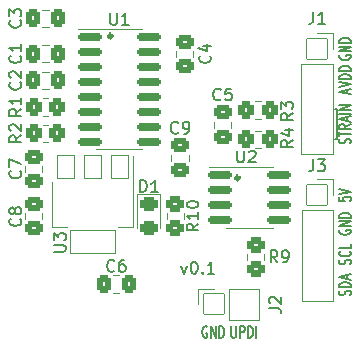
<source format=gbr>
%TF.GenerationSoftware,KiCad,Pcbnew,7.0.7*%
%TF.CreationDate,2023-09-04T20:39:43-04:00*%
%TF.ProjectId,PRJ,50524a2e-6b69-4636-9164-5f7063625858,rev?*%
%TF.SameCoordinates,Original*%
%TF.FileFunction,Legend,Top*%
%TF.FilePolarity,Positive*%
%FSLAX46Y46*%
G04 Gerber Fmt 4.6, Leading zero omitted, Abs format (unit mm)*
G04 Created by KiCad (PCBNEW 7.0.7) date 2023-09-04 20:39:43*
%MOMM*%
%LPD*%
G01*
G04 APERTURE LIST*
G04 Aperture macros list*
%AMRoundRect*
0 Rectangle with rounded corners*
0 $1 Rounding radius*
0 $2 $3 $4 $5 $6 $7 $8 $9 X,Y pos of 4 corners*
0 Add a 4 corners polygon primitive as box body*
4,1,4,$2,$3,$4,$5,$6,$7,$8,$9,$2,$3,0*
0 Add four circle primitives for the rounded corners*
1,1,$1+$1,$2,$3*
1,1,$1+$1,$4,$5*
1,1,$1+$1,$6,$7*
1,1,$1+$1,$8,$9*
0 Add four rect primitives between the rounded corners*
20,1,$1+$1,$2,$3,$4,$5,0*
20,1,$1+$1,$4,$5,$6,$7,0*
20,1,$1+$1,$6,$7,$8,$9,0*
20,1,$1+$1,$8,$9,$2,$3,0*%
G04 Aperture macros list end*
%ADD10C,0.325000*%
%ADD11C,0.150000*%
%ADD12C,0.120000*%
%ADD13C,0.000000*%
%ADD14RoundRect,0.288000X0.350000X0.450000X-0.350000X0.450000X-0.350000X-0.450000X0.350000X-0.450000X0*%
%ADD15RoundRect,0.288000X0.475000X-0.337500X0.475000X0.337500X-0.475000X0.337500X-0.475000X-0.337500X0*%
%ADD16RoundRect,0.038000X-0.850000X-0.850000X0.850000X-0.850000X0.850000X0.850000X-0.850000X0.850000X0*%
%ADD17O,1.776000X1.776000*%
%ADD18RoundRect,0.288000X-0.450000X0.350000X-0.450000X-0.350000X0.450000X-0.350000X0.450000X0.350000X0*%
%ADD19C,0.876000*%
%ADD20C,6.476000*%
%ADD21RoundRect,0.188000X-0.850000X-0.150000X0.850000X-0.150000X0.850000X0.150000X-0.850000X0.150000X0*%
%ADD22RoundRect,0.288000X0.337500X0.475000X-0.337500X0.475000X-0.337500X-0.475000X0.337500X-0.475000X0*%
%ADD23RoundRect,0.038000X0.850000X-0.850000X0.850000X0.850000X-0.850000X0.850000X-0.850000X-0.850000X0*%
%ADD24RoundRect,0.038000X-0.750000X1.000000X-0.750000X-1.000000X0.750000X-1.000000X0.750000X1.000000X0*%
%ADD25RoundRect,0.038000X-1.900000X1.000000X-1.900000X-1.000000X1.900000X-1.000000X1.900000X1.000000X0*%
%ADD26RoundRect,0.188000X-0.825000X-0.150000X0.825000X-0.150000X0.825000X0.150000X-0.825000X0.150000X0*%
%ADD27RoundRect,0.288000X-0.337500X-0.475000X0.337500X-0.475000X0.337500X0.475000X-0.337500X0.475000X0*%
%ADD28RoundRect,0.288000X-0.475000X0.337500X-0.475000X-0.337500X0.475000X-0.337500X0.475000X0.337500X0*%
%ADD29RoundRect,0.288000X-0.450000X0.325000X-0.450000X-0.325000X0.450000X-0.325000X0.450000X0.325000X0*%
%ADD30RoundRect,0.288000X-0.350000X-0.450000X0.350000X-0.450000X0.350000X0.450000X-0.350000X0.450000X0*%
G04 APERTURE END LIST*
D10*
X113662500Y-90500000D02*
G75*
G03*
X113662500Y-90500000I-162500J0D01*
G01*
D11*
X132525000Y-96650000D02*
X132650000Y-96650000D01*
D10*
X124412500Y-102500000D02*
G75*
G03*
X124412500Y-102500000I-162500J0D01*
G01*
D11*
X132650000Y-99200000D02*
X132525000Y-99200000D01*
X132650000Y-96650000D02*
X132650000Y-99200000D01*
X133569104Y-95366666D02*
X133569104Y-95033333D01*
X133854819Y-95433333D02*
X132854819Y-95200000D01*
X132854819Y-95200000D02*
X133854819Y-94966666D01*
X132854819Y-94833333D02*
X133854819Y-94600000D01*
X133854819Y-94600000D02*
X132854819Y-94366666D01*
X133854819Y-94133333D02*
X132854819Y-94133333D01*
X132854819Y-94133333D02*
X132854819Y-93966666D01*
X132854819Y-93966666D02*
X132902438Y-93866666D01*
X132902438Y-93866666D02*
X132997676Y-93800000D01*
X132997676Y-93800000D02*
X133092914Y-93766666D01*
X133092914Y-93766666D02*
X133283390Y-93733333D01*
X133283390Y-93733333D02*
X133426247Y-93733333D01*
X133426247Y-93733333D02*
X133616723Y-93766666D01*
X133616723Y-93766666D02*
X133711961Y-93800000D01*
X133711961Y-93800000D02*
X133807200Y-93866666D01*
X133807200Y-93866666D02*
X133854819Y-93966666D01*
X133854819Y-93966666D02*
X133854819Y-94133333D01*
X133854819Y-93433333D02*
X132854819Y-93433333D01*
X132854819Y-93433333D02*
X132854819Y-93266666D01*
X132854819Y-93266666D02*
X132902438Y-93166666D01*
X132902438Y-93166666D02*
X132997676Y-93100000D01*
X132997676Y-93100000D02*
X133092914Y-93066666D01*
X133092914Y-93066666D02*
X133283390Y-93033333D01*
X133283390Y-93033333D02*
X133426247Y-93033333D01*
X133426247Y-93033333D02*
X133616723Y-93066666D01*
X133616723Y-93066666D02*
X133711961Y-93100000D01*
X133711961Y-93100000D02*
X133807200Y-93166666D01*
X133807200Y-93166666D02*
X133854819Y-93266666D01*
X133854819Y-93266666D02*
X133854819Y-93433333D01*
X132902438Y-106933332D02*
X132854819Y-106999999D01*
X132854819Y-106999999D02*
X132854819Y-107099999D01*
X132854819Y-107099999D02*
X132902438Y-107199999D01*
X132902438Y-107199999D02*
X132997676Y-107266666D01*
X132997676Y-107266666D02*
X133092914Y-107299999D01*
X133092914Y-107299999D02*
X133283390Y-107333332D01*
X133283390Y-107333332D02*
X133426247Y-107333332D01*
X133426247Y-107333332D02*
X133616723Y-107299999D01*
X133616723Y-107299999D02*
X133711961Y-107266666D01*
X133711961Y-107266666D02*
X133807200Y-107199999D01*
X133807200Y-107199999D02*
X133854819Y-107099999D01*
X133854819Y-107099999D02*
X133854819Y-107033332D01*
X133854819Y-107033332D02*
X133807200Y-106933332D01*
X133807200Y-106933332D02*
X133759580Y-106899999D01*
X133759580Y-106899999D02*
X133426247Y-106899999D01*
X133426247Y-106899999D02*
X133426247Y-107033332D01*
X133854819Y-106599999D02*
X132854819Y-106599999D01*
X132854819Y-106599999D02*
X133854819Y-106199999D01*
X133854819Y-106199999D02*
X132854819Y-106199999D01*
X133854819Y-105866666D02*
X132854819Y-105866666D01*
X132854819Y-105866666D02*
X132854819Y-105699999D01*
X132854819Y-105699999D02*
X132902438Y-105599999D01*
X132902438Y-105599999D02*
X132997676Y-105533333D01*
X132997676Y-105533333D02*
X133092914Y-105499999D01*
X133092914Y-105499999D02*
X133283390Y-105466666D01*
X133283390Y-105466666D02*
X133426247Y-105466666D01*
X133426247Y-105466666D02*
X133616723Y-105499999D01*
X133616723Y-105499999D02*
X133711961Y-105533333D01*
X133711961Y-105533333D02*
X133807200Y-105599999D01*
X133807200Y-105599999D02*
X133854819Y-105699999D01*
X133854819Y-105699999D02*
X133854819Y-105866666D01*
X123733333Y-115054819D02*
X123733333Y-115864342D01*
X123733333Y-115864342D02*
X123766667Y-115959580D01*
X123766667Y-115959580D02*
X123800000Y-116007200D01*
X123800000Y-116007200D02*
X123866667Y-116054819D01*
X123866667Y-116054819D02*
X124000000Y-116054819D01*
X124000000Y-116054819D02*
X124066667Y-116007200D01*
X124066667Y-116007200D02*
X124100000Y-115959580D01*
X124100000Y-115959580D02*
X124133333Y-115864342D01*
X124133333Y-115864342D02*
X124133333Y-115054819D01*
X124466666Y-116054819D02*
X124466666Y-115054819D01*
X124466666Y-115054819D02*
X124733333Y-115054819D01*
X124733333Y-115054819D02*
X124800000Y-115102438D01*
X124800000Y-115102438D02*
X124833333Y-115150057D01*
X124833333Y-115150057D02*
X124866666Y-115245295D01*
X124866666Y-115245295D02*
X124866666Y-115388152D01*
X124866666Y-115388152D02*
X124833333Y-115483390D01*
X124833333Y-115483390D02*
X124800000Y-115531009D01*
X124800000Y-115531009D02*
X124733333Y-115578628D01*
X124733333Y-115578628D02*
X124466666Y-115578628D01*
X125166666Y-116054819D02*
X125166666Y-115054819D01*
X125166666Y-115054819D02*
X125333333Y-115054819D01*
X125333333Y-115054819D02*
X125433333Y-115102438D01*
X125433333Y-115102438D02*
X125500000Y-115197676D01*
X125500000Y-115197676D02*
X125533333Y-115292914D01*
X125533333Y-115292914D02*
X125566666Y-115483390D01*
X125566666Y-115483390D02*
X125566666Y-115626247D01*
X125566666Y-115626247D02*
X125533333Y-115816723D01*
X125533333Y-115816723D02*
X125500000Y-115911961D01*
X125500000Y-115911961D02*
X125433333Y-116007200D01*
X125433333Y-116007200D02*
X125333333Y-116054819D01*
X125333333Y-116054819D02*
X125166666Y-116054819D01*
X125866666Y-116054819D02*
X125866666Y-115054819D01*
X133807200Y-112449999D02*
X133854819Y-112349999D01*
X133854819Y-112349999D02*
X133854819Y-112183333D01*
X133854819Y-112183333D02*
X133807200Y-112116666D01*
X133807200Y-112116666D02*
X133759580Y-112083333D01*
X133759580Y-112083333D02*
X133664342Y-112049999D01*
X133664342Y-112049999D02*
X133569104Y-112049999D01*
X133569104Y-112049999D02*
X133473866Y-112083333D01*
X133473866Y-112083333D02*
X133426247Y-112116666D01*
X133426247Y-112116666D02*
X133378628Y-112183333D01*
X133378628Y-112183333D02*
X133331009Y-112316666D01*
X133331009Y-112316666D02*
X133283390Y-112383333D01*
X133283390Y-112383333D02*
X133235771Y-112416666D01*
X133235771Y-112416666D02*
X133140533Y-112449999D01*
X133140533Y-112449999D02*
X133045295Y-112449999D01*
X133045295Y-112449999D02*
X132950057Y-112416666D01*
X132950057Y-112416666D02*
X132902438Y-112383333D01*
X132902438Y-112383333D02*
X132854819Y-112316666D01*
X132854819Y-112316666D02*
X132854819Y-112149999D01*
X132854819Y-112149999D02*
X132902438Y-112049999D01*
X133854819Y-111749999D02*
X132854819Y-111749999D01*
X132854819Y-111749999D02*
X132854819Y-111583332D01*
X132854819Y-111583332D02*
X132902438Y-111483332D01*
X132902438Y-111483332D02*
X132997676Y-111416666D01*
X132997676Y-111416666D02*
X133092914Y-111383332D01*
X133092914Y-111383332D02*
X133283390Y-111349999D01*
X133283390Y-111349999D02*
X133426247Y-111349999D01*
X133426247Y-111349999D02*
X133616723Y-111383332D01*
X133616723Y-111383332D02*
X133711961Y-111416666D01*
X133711961Y-111416666D02*
X133807200Y-111483332D01*
X133807200Y-111483332D02*
X133854819Y-111583332D01*
X133854819Y-111583332D02*
X133854819Y-111749999D01*
X133569104Y-111083332D02*
X133569104Y-110749999D01*
X133854819Y-111149999D02*
X132854819Y-110916666D01*
X132854819Y-110916666D02*
X133854819Y-110683332D01*
X133807200Y-99599999D02*
X133854819Y-99499999D01*
X133854819Y-99499999D02*
X133854819Y-99333333D01*
X133854819Y-99333333D02*
X133807200Y-99266666D01*
X133807200Y-99266666D02*
X133759580Y-99233333D01*
X133759580Y-99233333D02*
X133664342Y-99199999D01*
X133664342Y-99199999D02*
X133569104Y-99199999D01*
X133569104Y-99199999D02*
X133473866Y-99233333D01*
X133473866Y-99233333D02*
X133426247Y-99266666D01*
X133426247Y-99266666D02*
X133378628Y-99333333D01*
X133378628Y-99333333D02*
X133331009Y-99466666D01*
X133331009Y-99466666D02*
X133283390Y-99533333D01*
X133283390Y-99533333D02*
X133235771Y-99566666D01*
X133235771Y-99566666D02*
X133140533Y-99599999D01*
X133140533Y-99599999D02*
X133045295Y-99599999D01*
X133045295Y-99599999D02*
X132950057Y-99566666D01*
X132950057Y-99566666D02*
X132902438Y-99533333D01*
X132902438Y-99533333D02*
X132854819Y-99466666D01*
X132854819Y-99466666D02*
X132854819Y-99299999D01*
X132854819Y-99299999D02*
X132902438Y-99199999D01*
X132854819Y-98999999D02*
X132854819Y-98599999D01*
X133854819Y-98799999D02*
X132854819Y-98799999D01*
X133854819Y-97966666D02*
X133378628Y-98199999D01*
X133854819Y-98366666D02*
X132854819Y-98366666D01*
X132854819Y-98366666D02*
X132854819Y-98099999D01*
X132854819Y-98099999D02*
X132902438Y-98033333D01*
X132902438Y-98033333D02*
X132950057Y-97999999D01*
X132950057Y-97999999D02*
X133045295Y-97966666D01*
X133045295Y-97966666D02*
X133188152Y-97966666D01*
X133188152Y-97966666D02*
X133283390Y-97999999D01*
X133283390Y-97999999D02*
X133331009Y-98033333D01*
X133331009Y-98033333D02*
X133378628Y-98099999D01*
X133378628Y-98099999D02*
X133378628Y-98366666D01*
X133569104Y-97699999D02*
X133569104Y-97366666D01*
X133854819Y-97766666D02*
X132854819Y-97533333D01*
X132854819Y-97533333D02*
X133854819Y-97299999D01*
X133854819Y-97066666D02*
X132854819Y-97066666D01*
X133854819Y-96733333D02*
X132854819Y-96733333D01*
X132854819Y-96733333D02*
X133854819Y-96333333D01*
X133854819Y-96333333D02*
X132854819Y-96333333D01*
X119496624Y-109948612D02*
X119734719Y-110615279D01*
X119734719Y-110615279D02*
X119972814Y-109948612D01*
X120544243Y-109615279D02*
X120639481Y-109615279D01*
X120639481Y-109615279D02*
X120734719Y-109662898D01*
X120734719Y-109662898D02*
X120782338Y-109710517D01*
X120782338Y-109710517D02*
X120829957Y-109805755D01*
X120829957Y-109805755D02*
X120877576Y-109996231D01*
X120877576Y-109996231D02*
X120877576Y-110234326D01*
X120877576Y-110234326D02*
X120829957Y-110424802D01*
X120829957Y-110424802D02*
X120782338Y-110520040D01*
X120782338Y-110520040D02*
X120734719Y-110567660D01*
X120734719Y-110567660D02*
X120639481Y-110615279D01*
X120639481Y-110615279D02*
X120544243Y-110615279D01*
X120544243Y-110615279D02*
X120449005Y-110567660D01*
X120449005Y-110567660D02*
X120401386Y-110520040D01*
X120401386Y-110520040D02*
X120353767Y-110424802D01*
X120353767Y-110424802D02*
X120306148Y-110234326D01*
X120306148Y-110234326D02*
X120306148Y-109996231D01*
X120306148Y-109996231D02*
X120353767Y-109805755D01*
X120353767Y-109805755D02*
X120401386Y-109710517D01*
X120401386Y-109710517D02*
X120449005Y-109662898D01*
X120449005Y-109662898D02*
X120544243Y-109615279D01*
X121306148Y-110520040D02*
X121353767Y-110567660D01*
X121353767Y-110567660D02*
X121306148Y-110615279D01*
X121306148Y-110615279D02*
X121258529Y-110567660D01*
X121258529Y-110567660D02*
X121306148Y-110520040D01*
X121306148Y-110520040D02*
X121306148Y-110615279D01*
X122306147Y-110615279D02*
X121734719Y-110615279D01*
X122020433Y-110615279D02*
X122020433Y-109615279D01*
X122020433Y-109615279D02*
X121925195Y-109758136D01*
X121925195Y-109758136D02*
X121829957Y-109853374D01*
X121829957Y-109853374D02*
X121734719Y-109900993D01*
X132854819Y-104133333D02*
X132854819Y-104466666D01*
X132854819Y-104466666D02*
X133331009Y-104499999D01*
X133331009Y-104499999D02*
X133283390Y-104466666D01*
X133283390Y-104466666D02*
X133235771Y-104399999D01*
X133235771Y-104399999D02*
X133235771Y-104233333D01*
X133235771Y-104233333D02*
X133283390Y-104166666D01*
X133283390Y-104166666D02*
X133331009Y-104133333D01*
X133331009Y-104133333D02*
X133426247Y-104099999D01*
X133426247Y-104099999D02*
X133664342Y-104099999D01*
X133664342Y-104099999D02*
X133759580Y-104133333D01*
X133759580Y-104133333D02*
X133807200Y-104166666D01*
X133807200Y-104166666D02*
X133854819Y-104233333D01*
X133854819Y-104233333D02*
X133854819Y-104399999D01*
X133854819Y-104399999D02*
X133807200Y-104466666D01*
X133807200Y-104466666D02*
X133759580Y-104499999D01*
X132854819Y-103899999D02*
X133854819Y-103666666D01*
X133854819Y-103666666D02*
X132854819Y-103433332D01*
X133807200Y-109833333D02*
X133854819Y-109733333D01*
X133854819Y-109733333D02*
X133854819Y-109566667D01*
X133854819Y-109566667D02*
X133807200Y-109500000D01*
X133807200Y-109500000D02*
X133759580Y-109466667D01*
X133759580Y-109466667D02*
X133664342Y-109433333D01*
X133664342Y-109433333D02*
X133569104Y-109433333D01*
X133569104Y-109433333D02*
X133473866Y-109466667D01*
X133473866Y-109466667D02*
X133426247Y-109500000D01*
X133426247Y-109500000D02*
X133378628Y-109566667D01*
X133378628Y-109566667D02*
X133331009Y-109700000D01*
X133331009Y-109700000D02*
X133283390Y-109766667D01*
X133283390Y-109766667D02*
X133235771Y-109800000D01*
X133235771Y-109800000D02*
X133140533Y-109833333D01*
X133140533Y-109833333D02*
X133045295Y-109833333D01*
X133045295Y-109833333D02*
X132950057Y-109800000D01*
X132950057Y-109800000D02*
X132902438Y-109766667D01*
X132902438Y-109766667D02*
X132854819Y-109700000D01*
X132854819Y-109700000D02*
X132854819Y-109533333D01*
X132854819Y-109533333D02*
X132902438Y-109433333D01*
X133759580Y-108733333D02*
X133807200Y-108766666D01*
X133807200Y-108766666D02*
X133854819Y-108866666D01*
X133854819Y-108866666D02*
X133854819Y-108933333D01*
X133854819Y-108933333D02*
X133807200Y-109033333D01*
X133807200Y-109033333D02*
X133711961Y-109100000D01*
X133711961Y-109100000D02*
X133616723Y-109133333D01*
X133616723Y-109133333D02*
X133426247Y-109166666D01*
X133426247Y-109166666D02*
X133283390Y-109166666D01*
X133283390Y-109166666D02*
X133092914Y-109133333D01*
X133092914Y-109133333D02*
X132997676Y-109100000D01*
X132997676Y-109100000D02*
X132902438Y-109033333D01*
X132902438Y-109033333D02*
X132854819Y-108933333D01*
X132854819Y-108933333D02*
X132854819Y-108866666D01*
X132854819Y-108866666D02*
X132902438Y-108766666D01*
X132902438Y-108766666D02*
X132950057Y-108733333D01*
X133854819Y-108100000D02*
X133854819Y-108433333D01*
X133854819Y-108433333D02*
X132854819Y-108433333D01*
X121666667Y-115102438D02*
X121600000Y-115054819D01*
X121600000Y-115054819D02*
X121500000Y-115054819D01*
X121500000Y-115054819D02*
X121400000Y-115102438D01*
X121400000Y-115102438D02*
X121333334Y-115197676D01*
X121333334Y-115197676D02*
X121300000Y-115292914D01*
X121300000Y-115292914D02*
X121266667Y-115483390D01*
X121266667Y-115483390D02*
X121266667Y-115626247D01*
X121266667Y-115626247D02*
X121300000Y-115816723D01*
X121300000Y-115816723D02*
X121333334Y-115911961D01*
X121333334Y-115911961D02*
X121400000Y-116007200D01*
X121400000Y-116007200D02*
X121500000Y-116054819D01*
X121500000Y-116054819D02*
X121566667Y-116054819D01*
X121566667Y-116054819D02*
X121666667Y-116007200D01*
X121666667Y-116007200D02*
X121700000Y-115959580D01*
X121700000Y-115959580D02*
X121700000Y-115626247D01*
X121700000Y-115626247D02*
X121566667Y-115626247D01*
X122000000Y-116054819D02*
X122000000Y-115054819D01*
X122000000Y-115054819D02*
X122400000Y-116054819D01*
X122400000Y-116054819D02*
X122400000Y-115054819D01*
X122733333Y-116054819D02*
X122733333Y-115054819D01*
X122733333Y-115054819D02*
X122900000Y-115054819D01*
X122900000Y-115054819D02*
X123000000Y-115102438D01*
X123000000Y-115102438D02*
X123066667Y-115197676D01*
X123066667Y-115197676D02*
X123100000Y-115292914D01*
X123100000Y-115292914D02*
X123133333Y-115483390D01*
X123133333Y-115483390D02*
X123133333Y-115626247D01*
X123133333Y-115626247D02*
X123100000Y-115816723D01*
X123100000Y-115816723D02*
X123066667Y-115911961D01*
X123066667Y-115911961D02*
X123000000Y-116007200D01*
X123000000Y-116007200D02*
X122900000Y-116054819D01*
X122900000Y-116054819D02*
X122733333Y-116054819D01*
X132902438Y-92133332D02*
X132854819Y-92199999D01*
X132854819Y-92199999D02*
X132854819Y-92299999D01*
X132854819Y-92299999D02*
X132902438Y-92399999D01*
X132902438Y-92399999D02*
X132997676Y-92466666D01*
X132997676Y-92466666D02*
X133092914Y-92499999D01*
X133092914Y-92499999D02*
X133283390Y-92533332D01*
X133283390Y-92533332D02*
X133426247Y-92533332D01*
X133426247Y-92533332D02*
X133616723Y-92499999D01*
X133616723Y-92499999D02*
X133711961Y-92466666D01*
X133711961Y-92466666D02*
X133807200Y-92399999D01*
X133807200Y-92399999D02*
X133854819Y-92299999D01*
X133854819Y-92299999D02*
X133854819Y-92233332D01*
X133854819Y-92233332D02*
X133807200Y-92133332D01*
X133807200Y-92133332D02*
X133759580Y-92099999D01*
X133759580Y-92099999D02*
X133426247Y-92099999D01*
X133426247Y-92099999D02*
X133426247Y-92233332D01*
X133854819Y-91799999D02*
X132854819Y-91799999D01*
X132854819Y-91799999D02*
X133854819Y-91399999D01*
X133854819Y-91399999D02*
X132854819Y-91399999D01*
X133854819Y-91066666D02*
X132854819Y-91066666D01*
X132854819Y-91066666D02*
X132854819Y-90899999D01*
X132854819Y-90899999D02*
X132902438Y-90799999D01*
X132902438Y-90799999D02*
X132997676Y-90733333D01*
X132997676Y-90733333D02*
X133092914Y-90699999D01*
X133092914Y-90699999D02*
X133283390Y-90666666D01*
X133283390Y-90666666D02*
X133426247Y-90666666D01*
X133426247Y-90666666D02*
X133616723Y-90699999D01*
X133616723Y-90699999D02*
X133711961Y-90733333D01*
X133711961Y-90733333D02*
X133807200Y-90799999D01*
X133807200Y-90799999D02*
X133854819Y-90899999D01*
X133854819Y-90899999D02*
X133854819Y-91066666D01*
X128954819Y-97016666D02*
X128478628Y-97349999D01*
X128954819Y-97588094D02*
X127954819Y-97588094D01*
X127954819Y-97588094D02*
X127954819Y-97207142D01*
X127954819Y-97207142D02*
X128002438Y-97111904D01*
X128002438Y-97111904D02*
X128050057Y-97064285D01*
X128050057Y-97064285D02*
X128145295Y-97016666D01*
X128145295Y-97016666D02*
X128288152Y-97016666D01*
X128288152Y-97016666D02*
X128383390Y-97064285D01*
X128383390Y-97064285D02*
X128431009Y-97111904D01*
X128431009Y-97111904D02*
X128478628Y-97207142D01*
X128478628Y-97207142D02*
X128478628Y-97588094D01*
X127954819Y-96683332D02*
X127954819Y-96064285D01*
X127954819Y-96064285D02*
X128335771Y-96397618D01*
X128335771Y-96397618D02*
X128335771Y-96254761D01*
X128335771Y-96254761D02*
X128383390Y-96159523D01*
X128383390Y-96159523D02*
X128431009Y-96111904D01*
X128431009Y-96111904D02*
X128526247Y-96064285D01*
X128526247Y-96064285D02*
X128764342Y-96064285D01*
X128764342Y-96064285D02*
X128859580Y-96111904D01*
X128859580Y-96111904D02*
X128907200Y-96159523D01*
X128907200Y-96159523D02*
X128954819Y-96254761D01*
X128954819Y-96254761D02*
X128954819Y-96540475D01*
X128954819Y-96540475D02*
X128907200Y-96635713D01*
X128907200Y-96635713D02*
X128859580Y-96683332D01*
X105859580Y-101916666D02*
X105907200Y-101964285D01*
X105907200Y-101964285D02*
X105954819Y-102107142D01*
X105954819Y-102107142D02*
X105954819Y-102202380D01*
X105954819Y-102202380D02*
X105907200Y-102345237D01*
X105907200Y-102345237D02*
X105811961Y-102440475D01*
X105811961Y-102440475D02*
X105716723Y-102488094D01*
X105716723Y-102488094D02*
X105526247Y-102535713D01*
X105526247Y-102535713D02*
X105383390Y-102535713D01*
X105383390Y-102535713D02*
X105192914Y-102488094D01*
X105192914Y-102488094D02*
X105097676Y-102440475D01*
X105097676Y-102440475D02*
X105002438Y-102345237D01*
X105002438Y-102345237D02*
X104954819Y-102202380D01*
X104954819Y-102202380D02*
X104954819Y-102107142D01*
X104954819Y-102107142D02*
X105002438Y-101964285D01*
X105002438Y-101964285D02*
X105050057Y-101916666D01*
X104954819Y-101583332D02*
X104954819Y-100916666D01*
X104954819Y-100916666D02*
X105954819Y-101345237D01*
X130666666Y-88454819D02*
X130666666Y-89169104D01*
X130666666Y-89169104D02*
X130619047Y-89311961D01*
X130619047Y-89311961D02*
X130523809Y-89407200D01*
X130523809Y-89407200D02*
X130380952Y-89454819D01*
X130380952Y-89454819D02*
X130285714Y-89454819D01*
X131666666Y-89454819D02*
X131095238Y-89454819D01*
X131380952Y-89454819D02*
X131380952Y-88454819D01*
X131380952Y-88454819D02*
X131285714Y-88597676D01*
X131285714Y-88597676D02*
X131190476Y-88692914D01*
X131190476Y-88692914D02*
X131095238Y-88740533D01*
X127633333Y-109654819D02*
X127300000Y-109178628D01*
X127061905Y-109654819D02*
X127061905Y-108654819D01*
X127061905Y-108654819D02*
X127442857Y-108654819D01*
X127442857Y-108654819D02*
X127538095Y-108702438D01*
X127538095Y-108702438D02*
X127585714Y-108750057D01*
X127585714Y-108750057D02*
X127633333Y-108845295D01*
X127633333Y-108845295D02*
X127633333Y-108988152D01*
X127633333Y-108988152D02*
X127585714Y-109083390D01*
X127585714Y-109083390D02*
X127538095Y-109131009D01*
X127538095Y-109131009D02*
X127442857Y-109178628D01*
X127442857Y-109178628D02*
X127061905Y-109178628D01*
X128109524Y-109654819D02*
X128300000Y-109654819D01*
X128300000Y-109654819D02*
X128395238Y-109607200D01*
X128395238Y-109607200D02*
X128442857Y-109559580D01*
X128442857Y-109559580D02*
X128538095Y-109416723D01*
X128538095Y-109416723D02*
X128585714Y-109226247D01*
X128585714Y-109226247D02*
X128585714Y-108845295D01*
X128585714Y-108845295D02*
X128538095Y-108750057D01*
X128538095Y-108750057D02*
X128490476Y-108702438D01*
X128490476Y-108702438D02*
X128395238Y-108654819D01*
X128395238Y-108654819D02*
X128204762Y-108654819D01*
X128204762Y-108654819D02*
X128109524Y-108702438D01*
X128109524Y-108702438D02*
X128061905Y-108750057D01*
X128061905Y-108750057D02*
X128014286Y-108845295D01*
X128014286Y-108845295D02*
X128014286Y-109083390D01*
X128014286Y-109083390D02*
X128061905Y-109178628D01*
X128061905Y-109178628D02*
X128109524Y-109226247D01*
X128109524Y-109226247D02*
X128204762Y-109273866D01*
X128204762Y-109273866D02*
X128395238Y-109273866D01*
X128395238Y-109273866D02*
X128490476Y-109226247D01*
X128490476Y-109226247D02*
X128538095Y-109178628D01*
X128538095Y-109178628D02*
X128585714Y-109083390D01*
X105954819Y-98916666D02*
X105478628Y-99249999D01*
X105954819Y-99488094D02*
X104954819Y-99488094D01*
X104954819Y-99488094D02*
X104954819Y-99107142D01*
X104954819Y-99107142D02*
X105002438Y-99011904D01*
X105002438Y-99011904D02*
X105050057Y-98964285D01*
X105050057Y-98964285D02*
X105145295Y-98916666D01*
X105145295Y-98916666D02*
X105288152Y-98916666D01*
X105288152Y-98916666D02*
X105383390Y-98964285D01*
X105383390Y-98964285D02*
X105431009Y-99011904D01*
X105431009Y-99011904D02*
X105478628Y-99107142D01*
X105478628Y-99107142D02*
X105478628Y-99488094D01*
X105050057Y-98535713D02*
X105002438Y-98488094D01*
X105002438Y-98488094D02*
X104954819Y-98392856D01*
X104954819Y-98392856D02*
X104954819Y-98154761D01*
X104954819Y-98154761D02*
X105002438Y-98059523D01*
X105002438Y-98059523D02*
X105050057Y-98011904D01*
X105050057Y-98011904D02*
X105145295Y-97964285D01*
X105145295Y-97964285D02*
X105240533Y-97964285D01*
X105240533Y-97964285D02*
X105383390Y-98011904D01*
X105383390Y-98011904D02*
X105954819Y-98583332D01*
X105954819Y-98583332D02*
X105954819Y-97964285D01*
X121909580Y-92166666D02*
X121957200Y-92214285D01*
X121957200Y-92214285D02*
X122004819Y-92357142D01*
X122004819Y-92357142D02*
X122004819Y-92452380D01*
X122004819Y-92452380D02*
X121957200Y-92595237D01*
X121957200Y-92595237D02*
X121861961Y-92690475D01*
X121861961Y-92690475D02*
X121766723Y-92738094D01*
X121766723Y-92738094D02*
X121576247Y-92785713D01*
X121576247Y-92785713D02*
X121433390Y-92785713D01*
X121433390Y-92785713D02*
X121242914Y-92738094D01*
X121242914Y-92738094D02*
X121147676Y-92690475D01*
X121147676Y-92690475D02*
X121052438Y-92595237D01*
X121052438Y-92595237D02*
X121004819Y-92452380D01*
X121004819Y-92452380D02*
X121004819Y-92357142D01*
X121004819Y-92357142D02*
X121052438Y-92214285D01*
X121052438Y-92214285D02*
X121100057Y-92166666D01*
X121338152Y-91309523D02*
X122004819Y-91309523D01*
X120957200Y-91547618D02*
X121671485Y-91785713D01*
X121671485Y-91785713D02*
X121671485Y-91166666D01*
X113488095Y-88554819D02*
X113488095Y-89364342D01*
X113488095Y-89364342D02*
X113535714Y-89459580D01*
X113535714Y-89459580D02*
X113583333Y-89507200D01*
X113583333Y-89507200D02*
X113678571Y-89554819D01*
X113678571Y-89554819D02*
X113869047Y-89554819D01*
X113869047Y-89554819D02*
X113964285Y-89507200D01*
X113964285Y-89507200D02*
X114011904Y-89459580D01*
X114011904Y-89459580D02*
X114059523Y-89364342D01*
X114059523Y-89364342D02*
X114059523Y-88554819D01*
X115059523Y-89554819D02*
X114488095Y-89554819D01*
X114773809Y-89554819D02*
X114773809Y-88554819D01*
X114773809Y-88554819D02*
X114678571Y-88697676D01*
X114678571Y-88697676D02*
X114583333Y-88792914D01*
X114583333Y-88792914D02*
X114488095Y-88840533D01*
X119233333Y-98659580D02*
X119185714Y-98707200D01*
X119185714Y-98707200D02*
X119042857Y-98754819D01*
X119042857Y-98754819D02*
X118947619Y-98754819D01*
X118947619Y-98754819D02*
X118804762Y-98707200D01*
X118804762Y-98707200D02*
X118709524Y-98611961D01*
X118709524Y-98611961D02*
X118661905Y-98516723D01*
X118661905Y-98516723D02*
X118614286Y-98326247D01*
X118614286Y-98326247D02*
X118614286Y-98183390D01*
X118614286Y-98183390D02*
X118661905Y-97992914D01*
X118661905Y-97992914D02*
X118709524Y-97897676D01*
X118709524Y-97897676D02*
X118804762Y-97802438D01*
X118804762Y-97802438D02*
X118947619Y-97754819D01*
X118947619Y-97754819D02*
X119042857Y-97754819D01*
X119042857Y-97754819D02*
X119185714Y-97802438D01*
X119185714Y-97802438D02*
X119233333Y-97850057D01*
X119709524Y-98754819D02*
X119900000Y-98754819D01*
X119900000Y-98754819D02*
X119995238Y-98707200D01*
X119995238Y-98707200D02*
X120042857Y-98659580D01*
X120042857Y-98659580D02*
X120138095Y-98516723D01*
X120138095Y-98516723D02*
X120185714Y-98326247D01*
X120185714Y-98326247D02*
X120185714Y-97945295D01*
X120185714Y-97945295D02*
X120138095Y-97850057D01*
X120138095Y-97850057D02*
X120090476Y-97802438D01*
X120090476Y-97802438D02*
X119995238Y-97754819D01*
X119995238Y-97754819D02*
X119804762Y-97754819D01*
X119804762Y-97754819D02*
X119709524Y-97802438D01*
X119709524Y-97802438D02*
X119661905Y-97850057D01*
X119661905Y-97850057D02*
X119614286Y-97945295D01*
X119614286Y-97945295D02*
X119614286Y-98183390D01*
X119614286Y-98183390D02*
X119661905Y-98278628D01*
X119661905Y-98278628D02*
X119709524Y-98326247D01*
X119709524Y-98326247D02*
X119804762Y-98373866D01*
X119804762Y-98373866D02*
X119995238Y-98373866D01*
X119995238Y-98373866D02*
X120090476Y-98326247D01*
X120090476Y-98326247D02*
X120138095Y-98278628D01*
X120138095Y-98278628D02*
X120185714Y-98183390D01*
X105859580Y-94416666D02*
X105907200Y-94464285D01*
X105907200Y-94464285D02*
X105954819Y-94607142D01*
X105954819Y-94607142D02*
X105954819Y-94702380D01*
X105954819Y-94702380D02*
X105907200Y-94845237D01*
X105907200Y-94845237D02*
X105811961Y-94940475D01*
X105811961Y-94940475D02*
X105716723Y-94988094D01*
X105716723Y-94988094D02*
X105526247Y-95035713D01*
X105526247Y-95035713D02*
X105383390Y-95035713D01*
X105383390Y-95035713D02*
X105192914Y-94988094D01*
X105192914Y-94988094D02*
X105097676Y-94940475D01*
X105097676Y-94940475D02*
X105002438Y-94845237D01*
X105002438Y-94845237D02*
X104954819Y-94702380D01*
X104954819Y-94702380D02*
X104954819Y-94607142D01*
X104954819Y-94607142D02*
X105002438Y-94464285D01*
X105002438Y-94464285D02*
X105050057Y-94416666D01*
X105050057Y-94035713D02*
X105002438Y-93988094D01*
X105002438Y-93988094D02*
X104954819Y-93892856D01*
X104954819Y-93892856D02*
X104954819Y-93654761D01*
X104954819Y-93654761D02*
X105002438Y-93559523D01*
X105002438Y-93559523D02*
X105050057Y-93511904D01*
X105050057Y-93511904D02*
X105145295Y-93464285D01*
X105145295Y-93464285D02*
X105240533Y-93464285D01*
X105240533Y-93464285D02*
X105383390Y-93511904D01*
X105383390Y-93511904D02*
X105954819Y-94083332D01*
X105954819Y-94083332D02*
X105954819Y-93464285D01*
X126954819Y-113558333D02*
X127669104Y-113558333D01*
X127669104Y-113558333D02*
X127811961Y-113605952D01*
X127811961Y-113605952D02*
X127907200Y-113701190D01*
X127907200Y-113701190D02*
X127954819Y-113844047D01*
X127954819Y-113844047D02*
X127954819Y-113939285D01*
X127050057Y-113129761D02*
X127002438Y-113082142D01*
X127002438Y-113082142D02*
X126954819Y-112986904D01*
X126954819Y-112986904D02*
X126954819Y-112748809D01*
X126954819Y-112748809D02*
X127002438Y-112653571D01*
X127002438Y-112653571D02*
X127050057Y-112605952D01*
X127050057Y-112605952D02*
X127145295Y-112558333D01*
X127145295Y-112558333D02*
X127240533Y-112558333D01*
X127240533Y-112558333D02*
X127383390Y-112605952D01*
X127383390Y-112605952D02*
X127954819Y-113177380D01*
X127954819Y-113177380D02*
X127954819Y-112558333D01*
X108704819Y-108761904D02*
X109514342Y-108761904D01*
X109514342Y-108761904D02*
X109609580Y-108714285D01*
X109609580Y-108714285D02*
X109657200Y-108666666D01*
X109657200Y-108666666D02*
X109704819Y-108571428D01*
X109704819Y-108571428D02*
X109704819Y-108380952D01*
X109704819Y-108380952D02*
X109657200Y-108285714D01*
X109657200Y-108285714D02*
X109609580Y-108238095D01*
X109609580Y-108238095D02*
X109514342Y-108190476D01*
X109514342Y-108190476D02*
X108704819Y-108190476D01*
X108704819Y-107809523D02*
X108704819Y-107190476D01*
X108704819Y-107190476D02*
X109085771Y-107523809D01*
X109085771Y-107523809D02*
X109085771Y-107380952D01*
X109085771Y-107380952D02*
X109133390Y-107285714D01*
X109133390Y-107285714D02*
X109181009Y-107238095D01*
X109181009Y-107238095D02*
X109276247Y-107190476D01*
X109276247Y-107190476D02*
X109514342Y-107190476D01*
X109514342Y-107190476D02*
X109609580Y-107238095D01*
X109609580Y-107238095D02*
X109657200Y-107285714D01*
X109657200Y-107285714D02*
X109704819Y-107380952D01*
X109704819Y-107380952D02*
X109704819Y-107666666D01*
X109704819Y-107666666D02*
X109657200Y-107761904D01*
X109657200Y-107761904D02*
X109609580Y-107809523D01*
X124238095Y-100204819D02*
X124238095Y-101014342D01*
X124238095Y-101014342D02*
X124285714Y-101109580D01*
X124285714Y-101109580D02*
X124333333Y-101157200D01*
X124333333Y-101157200D02*
X124428571Y-101204819D01*
X124428571Y-101204819D02*
X124619047Y-101204819D01*
X124619047Y-101204819D02*
X124714285Y-101157200D01*
X124714285Y-101157200D02*
X124761904Y-101109580D01*
X124761904Y-101109580D02*
X124809523Y-101014342D01*
X124809523Y-101014342D02*
X124809523Y-100204819D01*
X125238095Y-100300057D02*
X125285714Y-100252438D01*
X125285714Y-100252438D02*
X125380952Y-100204819D01*
X125380952Y-100204819D02*
X125619047Y-100204819D01*
X125619047Y-100204819D02*
X125714285Y-100252438D01*
X125714285Y-100252438D02*
X125761904Y-100300057D01*
X125761904Y-100300057D02*
X125809523Y-100395295D01*
X125809523Y-100395295D02*
X125809523Y-100490533D01*
X125809523Y-100490533D02*
X125761904Y-100633390D01*
X125761904Y-100633390D02*
X125190476Y-101204819D01*
X125190476Y-101204819D02*
X125809523Y-101204819D01*
X130666666Y-100954819D02*
X130666666Y-101669104D01*
X130666666Y-101669104D02*
X130619047Y-101811961D01*
X130619047Y-101811961D02*
X130523809Y-101907200D01*
X130523809Y-101907200D02*
X130380952Y-101954819D01*
X130380952Y-101954819D02*
X130285714Y-101954819D01*
X131047619Y-100954819D02*
X131666666Y-100954819D01*
X131666666Y-100954819D02*
X131333333Y-101335771D01*
X131333333Y-101335771D02*
X131476190Y-101335771D01*
X131476190Y-101335771D02*
X131571428Y-101383390D01*
X131571428Y-101383390D02*
X131619047Y-101431009D01*
X131619047Y-101431009D02*
X131666666Y-101526247D01*
X131666666Y-101526247D02*
X131666666Y-101764342D01*
X131666666Y-101764342D02*
X131619047Y-101859580D01*
X131619047Y-101859580D02*
X131571428Y-101907200D01*
X131571428Y-101907200D02*
X131476190Y-101954819D01*
X131476190Y-101954819D02*
X131190476Y-101954819D01*
X131190476Y-101954819D02*
X131095238Y-101907200D01*
X131095238Y-101907200D02*
X131047619Y-101859580D01*
X105859580Y-89166666D02*
X105907200Y-89214285D01*
X105907200Y-89214285D02*
X105954819Y-89357142D01*
X105954819Y-89357142D02*
X105954819Y-89452380D01*
X105954819Y-89452380D02*
X105907200Y-89595237D01*
X105907200Y-89595237D02*
X105811961Y-89690475D01*
X105811961Y-89690475D02*
X105716723Y-89738094D01*
X105716723Y-89738094D02*
X105526247Y-89785713D01*
X105526247Y-89785713D02*
X105383390Y-89785713D01*
X105383390Y-89785713D02*
X105192914Y-89738094D01*
X105192914Y-89738094D02*
X105097676Y-89690475D01*
X105097676Y-89690475D02*
X105002438Y-89595237D01*
X105002438Y-89595237D02*
X104954819Y-89452380D01*
X104954819Y-89452380D02*
X104954819Y-89357142D01*
X104954819Y-89357142D02*
X105002438Y-89214285D01*
X105002438Y-89214285D02*
X105050057Y-89166666D01*
X104954819Y-88833332D02*
X104954819Y-88214285D01*
X104954819Y-88214285D02*
X105335771Y-88547618D01*
X105335771Y-88547618D02*
X105335771Y-88404761D01*
X105335771Y-88404761D02*
X105383390Y-88309523D01*
X105383390Y-88309523D02*
X105431009Y-88261904D01*
X105431009Y-88261904D02*
X105526247Y-88214285D01*
X105526247Y-88214285D02*
X105764342Y-88214285D01*
X105764342Y-88214285D02*
X105859580Y-88261904D01*
X105859580Y-88261904D02*
X105907200Y-88309523D01*
X105907200Y-88309523D02*
X105954819Y-88404761D01*
X105954819Y-88404761D02*
X105954819Y-88690475D01*
X105954819Y-88690475D02*
X105907200Y-88785713D01*
X105907200Y-88785713D02*
X105859580Y-88833332D01*
X128954819Y-99316666D02*
X128478628Y-99649999D01*
X128954819Y-99888094D02*
X127954819Y-99888094D01*
X127954819Y-99888094D02*
X127954819Y-99507142D01*
X127954819Y-99507142D02*
X128002438Y-99411904D01*
X128002438Y-99411904D02*
X128050057Y-99364285D01*
X128050057Y-99364285D02*
X128145295Y-99316666D01*
X128145295Y-99316666D02*
X128288152Y-99316666D01*
X128288152Y-99316666D02*
X128383390Y-99364285D01*
X128383390Y-99364285D02*
X128431009Y-99411904D01*
X128431009Y-99411904D02*
X128478628Y-99507142D01*
X128478628Y-99507142D02*
X128478628Y-99888094D01*
X128288152Y-98459523D02*
X128954819Y-98459523D01*
X127907200Y-98697618D02*
X128621485Y-98935713D01*
X128621485Y-98935713D02*
X128621485Y-98316666D01*
X105859580Y-105966666D02*
X105907200Y-106014285D01*
X105907200Y-106014285D02*
X105954819Y-106157142D01*
X105954819Y-106157142D02*
X105954819Y-106252380D01*
X105954819Y-106252380D02*
X105907200Y-106395237D01*
X105907200Y-106395237D02*
X105811961Y-106490475D01*
X105811961Y-106490475D02*
X105716723Y-106538094D01*
X105716723Y-106538094D02*
X105526247Y-106585713D01*
X105526247Y-106585713D02*
X105383390Y-106585713D01*
X105383390Y-106585713D02*
X105192914Y-106538094D01*
X105192914Y-106538094D02*
X105097676Y-106490475D01*
X105097676Y-106490475D02*
X105002438Y-106395237D01*
X105002438Y-106395237D02*
X104954819Y-106252380D01*
X104954819Y-106252380D02*
X104954819Y-106157142D01*
X104954819Y-106157142D02*
X105002438Y-106014285D01*
X105002438Y-106014285D02*
X105050057Y-105966666D01*
X105383390Y-105395237D02*
X105335771Y-105490475D01*
X105335771Y-105490475D02*
X105288152Y-105538094D01*
X105288152Y-105538094D02*
X105192914Y-105585713D01*
X105192914Y-105585713D02*
X105145295Y-105585713D01*
X105145295Y-105585713D02*
X105050057Y-105538094D01*
X105050057Y-105538094D02*
X105002438Y-105490475D01*
X105002438Y-105490475D02*
X104954819Y-105395237D01*
X104954819Y-105395237D02*
X104954819Y-105204761D01*
X104954819Y-105204761D02*
X105002438Y-105109523D01*
X105002438Y-105109523D02*
X105050057Y-105061904D01*
X105050057Y-105061904D02*
X105145295Y-105014285D01*
X105145295Y-105014285D02*
X105192914Y-105014285D01*
X105192914Y-105014285D02*
X105288152Y-105061904D01*
X105288152Y-105061904D02*
X105335771Y-105109523D01*
X105335771Y-105109523D02*
X105383390Y-105204761D01*
X105383390Y-105204761D02*
X105383390Y-105395237D01*
X105383390Y-105395237D02*
X105431009Y-105490475D01*
X105431009Y-105490475D02*
X105478628Y-105538094D01*
X105478628Y-105538094D02*
X105573866Y-105585713D01*
X105573866Y-105585713D02*
X105764342Y-105585713D01*
X105764342Y-105585713D02*
X105859580Y-105538094D01*
X105859580Y-105538094D02*
X105907200Y-105490475D01*
X105907200Y-105490475D02*
X105954819Y-105395237D01*
X105954819Y-105395237D02*
X105954819Y-105204761D01*
X105954819Y-105204761D02*
X105907200Y-105109523D01*
X105907200Y-105109523D02*
X105859580Y-105061904D01*
X105859580Y-105061904D02*
X105764342Y-105014285D01*
X105764342Y-105014285D02*
X105573866Y-105014285D01*
X105573866Y-105014285D02*
X105478628Y-105061904D01*
X105478628Y-105061904D02*
X105431009Y-105109523D01*
X105431009Y-105109523D02*
X105383390Y-105204761D01*
X122833333Y-95859580D02*
X122785714Y-95907200D01*
X122785714Y-95907200D02*
X122642857Y-95954819D01*
X122642857Y-95954819D02*
X122547619Y-95954819D01*
X122547619Y-95954819D02*
X122404762Y-95907200D01*
X122404762Y-95907200D02*
X122309524Y-95811961D01*
X122309524Y-95811961D02*
X122261905Y-95716723D01*
X122261905Y-95716723D02*
X122214286Y-95526247D01*
X122214286Y-95526247D02*
X122214286Y-95383390D01*
X122214286Y-95383390D02*
X122261905Y-95192914D01*
X122261905Y-95192914D02*
X122309524Y-95097676D01*
X122309524Y-95097676D02*
X122404762Y-95002438D01*
X122404762Y-95002438D02*
X122547619Y-94954819D01*
X122547619Y-94954819D02*
X122642857Y-94954819D01*
X122642857Y-94954819D02*
X122785714Y-95002438D01*
X122785714Y-95002438D02*
X122833333Y-95050057D01*
X123738095Y-94954819D02*
X123261905Y-94954819D01*
X123261905Y-94954819D02*
X123214286Y-95431009D01*
X123214286Y-95431009D02*
X123261905Y-95383390D01*
X123261905Y-95383390D02*
X123357143Y-95335771D01*
X123357143Y-95335771D02*
X123595238Y-95335771D01*
X123595238Y-95335771D02*
X123690476Y-95383390D01*
X123690476Y-95383390D02*
X123738095Y-95431009D01*
X123738095Y-95431009D02*
X123785714Y-95526247D01*
X123785714Y-95526247D02*
X123785714Y-95764342D01*
X123785714Y-95764342D02*
X123738095Y-95859580D01*
X123738095Y-95859580D02*
X123690476Y-95907200D01*
X123690476Y-95907200D02*
X123595238Y-95954819D01*
X123595238Y-95954819D02*
X123357143Y-95954819D01*
X123357143Y-95954819D02*
X123261905Y-95907200D01*
X123261905Y-95907200D02*
X123214286Y-95859580D01*
X105859580Y-92166666D02*
X105907200Y-92214285D01*
X105907200Y-92214285D02*
X105954819Y-92357142D01*
X105954819Y-92357142D02*
X105954819Y-92452380D01*
X105954819Y-92452380D02*
X105907200Y-92595237D01*
X105907200Y-92595237D02*
X105811961Y-92690475D01*
X105811961Y-92690475D02*
X105716723Y-92738094D01*
X105716723Y-92738094D02*
X105526247Y-92785713D01*
X105526247Y-92785713D02*
X105383390Y-92785713D01*
X105383390Y-92785713D02*
X105192914Y-92738094D01*
X105192914Y-92738094D02*
X105097676Y-92690475D01*
X105097676Y-92690475D02*
X105002438Y-92595237D01*
X105002438Y-92595237D02*
X104954819Y-92452380D01*
X104954819Y-92452380D02*
X104954819Y-92357142D01*
X104954819Y-92357142D02*
X105002438Y-92214285D01*
X105002438Y-92214285D02*
X105050057Y-92166666D01*
X105954819Y-91214285D02*
X105954819Y-91785713D01*
X105954819Y-91499999D02*
X104954819Y-91499999D01*
X104954819Y-91499999D02*
X105097676Y-91595237D01*
X105097676Y-91595237D02*
X105192914Y-91690475D01*
X105192914Y-91690475D02*
X105240533Y-91785713D01*
X120954819Y-106392857D02*
X120478628Y-106726190D01*
X120954819Y-106964285D02*
X119954819Y-106964285D01*
X119954819Y-106964285D02*
X119954819Y-106583333D01*
X119954819Y-106583333D02*
X120002438Y-106488095D01*
X120002438Y-106488095D02*
X120050057Y-106440476D01*
X120050057Y-106440476D02*
X120145295Y-106392857D01*
X120145295Y-106392857D02*
X120288152Y-106392857D01*
X120288152Y-106392857D02*
X120383390Y-106440476D01*
X120383390Y-106440476D02*
X120431009Y-106488095D01*
X120431009Y-106488095D02*
X120478628Y-106583333D01*
X120478628Y-106583333D02*
X120478628Y-106964285D01*
X120954819Y-105440476D02*
X120954819Y-106011904D01*
X120954819Y-105726190D02*
X119954819Y-105726190D01*
X119954819Y-105726190D02*
X120097676Y-105821428D01*
X120097676Y-105821428D02*
X120192914Y-105916666D01*
X120192914Y-105916666D02*
X120240533Y-106011904D01*
X119954819Y-104821428D02*
X119954819Y-104726190D01*
X119954819Y-104726190D02*
X120002438Y-104630952D01*
X120002438Y-104630952D02*
X120050057Y-104583333D01*
X120050057Y-104583333D02*
X120145295Y-104535714D01*
X120145295Y-104535714D02*
X120335771Y-104488095D01*
X120335771Y-104488095D02*
X120573866Y-104488095D01*
X120573866Y-104488095D02*
X120764342Y-104535714D01*
X120764342Y-104535714D02*
X120859580Y-104583333D01*
X120859580Y-104583333D02*
X120907200Y-104630952D01*
X120907200Y-104630952D02*
X120954819Y-104726190D01*
X120954819Y-104726190D02*
X120954819Y-104821428D01*
X120954819Y-104821428D02*
X120907200Y-104916666D01*
X120907200Y-104916666D02*
X120859580Y-104964285D01*
X120859580Y-104964285D02*
X120764342Y-105011904D01*
X120764342Y-105011904D02*
X120573866Y-105059523D01*
X120573866Y-105059523D02*
X120335771Y-105059523D01*
X120335771Y-105059523D02*
X120145295Y-105011904D01*
X120145295Y-105011904D02*
X120050057Y-104964285D01*
X120050057Y-104964285D02*
X120002438Y-104916666D01*
X120002438Y-104916666D02*
X119954819Y-104821428D01*
X116011905Y-103704819D02*
X116011905Y-102704819D01*
X116011905Y-102704819D02*
X116250000Y-102704819D01*
X116250000Y-102704819D02*
X116392857Y-102752438D01*
X116392857Y-102752438D02*
X116488095Y-102847676D01*
X116488095Y-102847676D02*
X116535714Y-102942914D01*
X116535714Y-102942914D02*
X116583333Y-103133390D01*
X116583333Y-103133390D02*
X116583333Y-103276247D01*
X116583333Y-103276247D02*
X116535714Y-103466723D01*
X116535714Y-103466723D02*
X116488095Y-103561961D01*
X116488095Y-103561961D02*
X116392857Y-103657200D01*
X116392857Y-103657200D02*
X116250000Y-103704819D01*
X116250000Y-103704819D02*
X116011905Y-103704819D01*
X117535714Y-103704819D02*
X116964286Y-103704819D01*
X117250000Y-103704819D02*
X117250000Y-102704819D01*
X117250000Y-102704819D02*
X117154762Y-102847676D01*
X117154762Y-102847676D02*
X117059524Y-102942914D01*
X117059524Y-102942914D02*
X116964286Y-102990533D01*
X113833333Y-110359580D02*
X113785714Y-110407200D01*
X113785714Y-110407200D02*
X113642857Y-110454819D01*
X113642857Y-110454819D02*
X113547619Y-110454819D01*
X113547619Y-110454819D02*
X113404762Y-110407200D01*
X113404762Y-110407200D02*
X113309524Y-110311961D01*
X113309524Y-110311961D02*
X113261905Y-110216723D01*
X113261905Y-110216723D02*
X113214286Y-110026247D01*
X113214286Y-110026247D02*
X113214286Y-109883390D01*
X113214286Y-109883390D02*
X113261905Y-109692914D01*
X113261905Y-109692914D02*
X113309524Y-109597676D01*
X113309524Y-109597676D02*
X113404762Y-109502438D01*
X113404762Y-109502438D02*
X113547619Y-109454819D01*
X113547619Y-109454819D02*
X113642857Y-109454819D01*
X113642857Y-109454819D02*
X113785714Y-109502438D01*
X113785714Y-109502438D02*
X113833333Y-109550057D01*
X114690476Y-109454819D02*
X114500000Y-109454819D01*
X114500000Y-109454819D02*
X114404762Y-109502438D01*
X114404762Y-109502438D02*
X114357143Y-109550057D01*
X114357143Y-109550057D02*
X114261905Y-109692914D01*
X114261905Y-109692914D02*
X114214286Y-109883390D01*
X114214286Y-109883390D02*
X114214286Y-110264342D01*
X114214286Y-110264342D02*
X114261905Y-110359580D01*
X114261905Y-110359580D02*
X114309524Y-110407200D01*
X114309524Y-110407200D02*
X114404762Y-110454819D01*
X114404762Y-110454819D02*
X114595238Y-110454819D01*
X114595238Y-110454819D02*
X114690476Y-110407200D01*
X114690476Y-110407200D02*
X114738095Y-110359580D01*
X114738095Y-110359580D02*
X114785714Y-110264342D01*
X114785714Y-110264342D02*
X114785714Y-110026247D01*
X114785714Y-110026247D02*
X114738095Y-109931009D01*
X114738095Y-109931009D02*
X114690476Y-109883390D01*
X114690476Y-109883390D02*
X114595238Y-109835771D01*
X114595238Y-109835771D02*
X114404762Y-109835771D01*
X114404762Y-109835771D02*
X114309524Y-109883390D01*
X114309524Y-109883390D02*
X114261905Y-109931009D01*
X114261905Y-109931009D02*
X114214286Y-110026247D01*
X105954819Y-96666666D02*
X105478628Y-96999999D01*
X105954819Y-97238094D02*
X104954819Y-97238094D01*
X104954819Y-97238094D02*
X104954819Y-96857142D01*
X104954819Y-96857142D02*
X105002438Y-96761904D01*
X105002438Y-96761904D02*
X105050057Y-96714285D01*
X105050057Y-96714285D02*
X105145295Y-96666666D01*
X105145295Y-96666666D02*
X105288152Y-96666666D01*
X105288152Y-96666666D02*
X105383390Y-96714285D01*
X105383390Y-96714285D02*
X105431009Y-96761904D01*
X105431009Y-96761904D02*
X105478628Y-96857142D01*
X105478628Y-96857142D02*
X105478628Y-97238094D01*
X105954819Y-95714285D02*
X105954819Y-96285713D01*
X105954819Y-95999999D02*
X104954819Y-95999999D01*
X104954819Y-95999999D02*
X105097676Y-96095237D01*
X105097676Y-96095237D02*
X105192914Y-96190475D01*
X105192914Y-96190475D02*
X105240533Y-96285713D01*
D12*
%TO.C,R3*%
X126227064Y-97485000D02*
X125772936Y-97485000D01*
X126227064Y-96015000D02*
X125772936Y-96015000D01*
%TO.C,C7*%
X106265000Y-102011252D02*
X106265000Y-101488748D01*
X107735000Y-102011252D02*
X107735000Y-101488748D01*
%TO.C,J1*%
X129670000Y-92850000D02*
X129670000Y-100530000D01*
X129670000Y-92850000D02*
X132330000Y-92850000D01*
X129670000Y-100530000D02*
X132330000Y-100530000D01*
X131000000Y-90250000D02*
X132330000Y-90250000D01*
X132330000Y-90250000D02*
X132330000Y-91580000D01*
X132330000Y-92850000D02*
X132330000Y-100530000D01*
%TO.C,R9*%
X126535000Y-108972936D02*
X126535000Y-109427064D01*
X125065000Y-108972936D02*
X125065000Y-109427064D01*
%TO.C,R2*%
X108227064Y-99485000D02*
X107772936Y-99485000D01*
X108227064Y-98015000D02*
X107772936Y-98015000D01*
%TO.C,C4*%
X119065000Y-92298752D02*
X119065000Y-91776248D01*
X120535000Y-92298752D02*
X120535000Y-91776248D01*
%TO.C,U1*%
X114250000Y-89940000D02*
X110750000Y-89940000D01*
X114250000Y-89940000D02*
X116200000Y-89940000D01*
X114250000Y-100060000D02*
X112300000Y-100060000D01*
X114250000Y-100060000D02*
X116200000Y-100060000D01*
%TO.C,C9*%
X118665000Y-101061252D02*
X118665000Y-100538748D01*
X120135000Y-101061252D02*
X120135000Y-100538748D01*
%TO.C,C2*%
X108261252Y-94985000D02*
X107738748Y-94985000D01*
X108261252Y-93515000D02*
X107738748Y-93515000D01*
%TO.C,J2*%
X123520000Y-114555000D02*
X126120000Y-114555000D01*
X123520000Y-114555000D02*
X123520000Y-111895000D01*
X126120000Y-114555000D02*
X126120000Y-111895000D01*
X120920000Y-113225000D02*
X120920000Y-111895000D01*
X120920000Y-111895000D02*
X122250000Y-111895000D01*
X123520000Y-111895000D02*
X126120000Y-111895000D01*
%TO.C,U3*%
X115410000Y-100650000D02*
X115410000Y-106660000D01*
X108590000Y-102900000D02*
X108590000Y-106660000D01*
X115410000Y-106660000D02*
X114150000Y-106660000D01*
X108590000Y-106660000D02*
X109850000Y-106660000D01*
%TO.C,U2*%
X125275000Y-101595000D02*
X121825000Y-101595000D01*
X125275000Y-101595000D02*
X127225000Y-101595000D01*
X125275000Y-106715000D02*
X123325000Y-106715000D01*
X125275000Y-106715000D02*
X127225000Y-106715000D01*
%TO.C,J3*%
X129695000Y-105230000D02*
X129695000Y-112910000D01*
X129695000Y-105230000D02*
X132355000Y-105230000D01*
X129695000Y-112910000D02*
X132355000Y-112910000D01*
X131025000Y-102630000D02*
X132355000Y-102630000D01*
X132355000Y-102630000D02*
X132355000Y-103960000D01*
X132355000Y-105230000D02*
X132355000Y-112910000D01*
%TO.C,C3*%
X107738748Y-88265000D02*
X108261252Y-88265000D01*
X107738748Y-89735000D02*
X108261252Y-89735000D01*
%TO.C,R4*%
X126227064Y-99985000D02*
X125772936Y-99985000D01*
X126227064Y-98515000D02*
X125772936Y-98515000D01*
%TO.C,C8*%
X107735000Y-105488748D02*
X107735000Y-106011252D01*
X106265000Y-105488748D02*
X106265000Y-106011252D01*
%TO.C,C5*%
X122265000Y-98261252D02*
X122265000Y-97738748D01*
X123735000Y-98261252D02*
X123735000Y-97738748D01*
%TO.C,C1*%
X108261252Y-92735000D02*
X107738748Y-92735000D01*
X108261252Y-91265000D02*
X107738748Y-91265000D01*
%TO.C,R10*%
X119735000Y-105522936D02*
X119735000Y-105977064D01*
X118265000Y-105522936D02*
X118265000Y-105977064D01*
%TO.C,D1*%
X117710000Y-103890000D02*
X115790000Y-103890000D01*
X115790000Y-103890000D02*
X115790000Y-106750000D01*
X117710000Y-106750000D02*
X117710000Y-103890000D01*
%TO.C,C6*%
X113738748Y-110765000D02*
X114261252Y-110765000D01*
X113738748Y-112235000D02*
X114261252Y-112235000D01*
%TO.C,R1*%
X107772936Y-95765000D02*
X108227064Y-95765000D01*
X107772936Y-97235000D02*
X108227064Y-97235000D01*
%TD*%
%LPC*%
D13*
G36*
X117858973Y-108049751D02*
G01*
X117867701Y-108050366D01*
X117885158Y-108052778D01*
X117902483Y-108056694D01*
X117919518Y-108062028D01*
X117936103Y-108068696D01*
X117952079Y-108076611D01*
X117967288Y-108085690D01*
X117981571Y-108095845D01*
X117994768Y-108106993D01*
X118000910Y-108112913D01*
X118006722Y-108119048D01*
X118012182Y-108125389D01*
X118017272Y-108131925D01*
X118021972Y-108138644D01*
X118026261Y-108145537D01*
X118030119Y-108152593D01*
X118033528Y-108159801D01*
X118036467Y-108167151D01*
X118038916Y-108174631D01*
X118040856Y-108182232D01*
X118042265Y-108189942D01*
X118043126Y-108197750D01*
X118043417Y-108205647D01*
X118043356Y-108207754D01*
X118043179Y-108210102D01*
X118042894Y-108212682D01*
X118042508Y-108215487D01*
X118041464Y-108221739D01*
X118040110Y-108228798D01*
X118032833Y-108263856D01*
X117966688Y-108472876D01*
X117962878Y-108482795D01*
X117958413Y-108492694D01*
X117953316Y-108502555D01*
X117947614Y-108512357D01*
X117941333Y-108522082D01*
X117934498Y-108531710D01*
X117927135Y-108541222D01*
X117919270Y-108550598D01*
X117910928Y-108559819D01*
X117902135Y-108568865D01*
X117892916Y-108577718D01*
X117883298Y-108586358D01*
X117862965Y-108602920D01*
X117841342Y-108618397D01*
X117818633Y-108632634D01*
X117795045Y-108645476D01*
X117782985Y-108651325D01*
X117770782Y-108656767D01*
X117758462Y-108661783D01*
X117746050Y-108666353D01*
X117733573Y-108670458D01*
X117721055Y-108674078D01*
X117708523Y-108677195D01*
X117696001Y-108679789D01*
X117683517Y-108681840D01*
X117671095Y-108683329D01*
X117658762Y-108684236D01*
X117646542Y-108684543D01*
X117141188Y-108684543D01*
X116934813Y-109316897D01*
X116426813Y-109316897D01*
X116699930Y-108472876D01*
X117207334Y-108472876D01*
X117461334Y-108472876D01*
X117530126Y-108263856D01*
X117276126Y-108263856D01*
X117207334Y-108472876D01*
X116699930Y-108472876D01*
X116836917Y-108049543D01*
X117850271Y-108049543D01*
X117858973Y-108049751D01*
G37*
G36*
X116940463Y-111597330D02*
G01*
X116948311Y-111597842D01*
X116956123Y-111598694D01*
X116963884Y-111599888D01*
X116971582Y-111601423D01*
X116979202Y-111603299D01*
X116986730Y-111605516D01*
X116994151Y-111608074D01*
X117001453Y-111610973D01*
X117008620Y-111614213D01*
X117015639Y-111617794D01*
X117022496Y-111621716D01*
X117029176Y-111625979D01*
X117035666Y-111630584D01*
X117041952Y-111635529D01*
X117048019Y-111640816D01*
X117052884Y-111646861D01*
X117057548Y-111653089D01*
X117061994Y-111659495D01*
X117066209Y-111666075D01*
X117070175Y-111672826D01*
X117073877Y-111679743D01*
X117077301Y-111686824D01*
X117080430Y-111694063D01*
X117083249Y-111701457D01*
X117085742Y-111709003D01*
X117087895Y-111716695D01*
X117089690Y-111724531D01*
X117091114Y-111732507D01*
X117092150Y-111740618D01*
X117092783Y-111748861D01*
X117092998Y-111757232D01*
X117092783Y-111764264D01*
X117092150Y-111771443D01*
X117091114Y-111778731D01*
X117089690Y-111786088D01*
X117087895Y-111793477D01*
X117085742Y-111800857D01*
X117083249Y-111808192D01*
X117080430Y-111815440D01*
X117077301Y-111822565D01*
X117073877Y-111829527D01*
X117070175Y-111836288D01*
X117066209Y-111842808D01*
X117061994Y-111849050D01*
X117057548Y-111854973D01*
X117052884Y-111860540D01*
X117048019Y-111865711D01*
X117041973Y-111871974D01*
X117035745Y-111877861D01*
X117029339Y-111883367D01*
X117022759Y-111888490D01*
X117016008Y-111893226D01*
X117009091Y-111897570D01*
X117002010Y-111901519D01*
X116994771Y-111905068D01*
X116987377Y-111908215D01*
X116979831Y-111910954D01*
X116972139Y-111913283D01*
X116964303Y-111915197D01*
X116956327Y-111916692D01*
X116948216Y-111917765D01*
X116939973Y-111918412D01*
X116931602Y-111918628D01*
X116923231Y-111918382D01*
X116914988Y-111917656D01*
X116906876Y-111916465D01*
X116898901Y-111914825D01*
X116891065Y-111912750D01*
X116883372Y-111910256D01*
X116875827Y-111907360D01*
X116868432Y-111904076D01*
X116861193Y-111900420D01*
X116854113Y-111896407D01*
X116847195Y-111892053D01*
X116840445Y-111887374D01*
X116833864Y-111882385D01*
X116827458Y-111877101D01*
X116821231Y-111871538D01*
X116815185Y-111865711D01*
X116810320Y-111861005D01*
X116805656Y-111855841D01*
X116801209Y-111850259D01*
X116796995Y-111844297D01*
X116793029Y-111837993D01*
X116789326Y-111831388D01*
X116785903Y-111824519D01*
X116782774Y-111817425D01*
X116779955Y-111810145D01*
X116777461Y-111802718D01*
X116775309Y-111795182D01*
X116773513Y-111787577D01*
X116772090Y-111779940D01*
X116771054Y-111772311D01*
X116770421Y-111764729D01*
X116770206Y-111757232D01*
X116770421Y-111748861D01*
X116771054Y-111740618D01*
X116772090Y-111732507D01*
X116773513Y-111724532D01*
X116775309Y-111716695D01*
X116777461Y-111709003D01*
X116779955Y-111701457D01*
X116782774Y-111694063D01*
X116785903Y-111686824D01*
X116789326Y-111679744D01*
X116793029Y-111672826D01*
X116796995Y-111666075D01*
X116801209Y-111659495D01*
X116805656Y-111653089D01*
X116810320Y-111646861D01*
X116815185Y-111640816D01*
X116821493Y-111635529D01*
X116828003Y-111630584D01*
X116834702Y-111625979D01*
X116841576Y-111621716D01*
X116848611Y-111617794D01*
X116855793Y-111614213D01*
X116863108Y-111610973D01*
X116870541Y-111608074D01*
X116878079Y-111605516D01*
X116885707Y-111603299D01*
X116893413Y-111601423D01*
X116901180Y-111599888D01*
X116908996Y-111598694D01*
X116916846Y-111597842D01*
X116924717Y-111597330D01*
X116932594Y-111597159D01*
X116940463Y-111597330D01*
G37*
G36*
X116231041Y-113632065D02*
G01*
X116233386Y-113632187D01*
X116235729Y-113632421D01*
X116238065Y-113632767D01*
X116240388Y-113633223D01*
X116242693Y-113633789D01*
X116244975Y-113634463D01*
X116247228Y-113635245D01*
X116249448Y-113636133D01*
X116251628Y-113637127D01*
X116253763Y-113638226D01*
X116255849Y-113639428D01*
X116257879Y-113640733D01*
X116259849Y-113642140D01*
X116261753Y-113643647D01*
X116263586Y-113645255D01*
X116265343Y-113646961D01*
X116267017Y-113648765D01*
X116268604Y-113650666D01*
X116270099Y-113652663D01*
X116271496Y-113654754D01*
X116272789Y-113656940D01*
X116273968Y-113659187D01*
X116275023Y-113661462D01*
X116275956Y-113663759D01*
X116276768Y-113666076D01*
X116277460Y-113668409D01*
X116278033Y-113670753D01*
X116278488Y-113673105D01*
X116278825Y-113675461D01*
X116279046Y-113677817D01*
X116279152Y-113680169D01*
X116279143Y-113682513D01*
X116279021Y-113684845D01*
X116278787Y-113687162D01*
X116278441Y-113689460D01*
X116277985Y-113691735D01*
X116277420Y-113693982D01*
X116276745Y-113696198D01*
X116275964Y-113698380D01*
X116275075Y-113700522D01*
X116274081Y-113702622D01*
X116272983Y-113704676D01*
X116271780Y-113706679D01*
X116270475Y-113708628D01*
X116269069Y-113710518D01*
X116267561Y-113712347D01*
X116265954Y-113714110D01*
X116264248Y-113715803D01*
X116262444Y-113717422D01*
X116260543Y-113718964D01*
X116258546Y-113720425D01*
X116256454Y-113721800D01*
X116254268Y-113723086D01*
X116190141Y-113757111D01*
X116124111Y-113788787D01*
X116056693Y-113818185D01*
X115988403Y-113845373D01*
X115919757Y-113870422D01*
X115851270Y-113893401D01*
X115783457Y-113914380D01*
X115716834Y-113933430D01*
X115589219Y-113966017D01*
X115472549Y-113991721D01*
X115370948Y-114011099D01*
X115288539Y-114024711D01*
X115324465Y-114053174D01*
X115371552Y-114086723D01*
X115431042Y-114124984D01*
X115504175Y-114167586D01*
X115592190Y-114214157D01*
X115696328Y-114264324D01*
X115817830Y-114317716D01*
X115957935Y-114373961D01*
X116006106Y-114391981D01*
X116053835Y-114408860D01*
X116147680Y-114439342D01*
X116238906Y-114465699D01*
X116326946Y-114488228D01*
X116411234Y-114507221D01*
X116491205Y-114522975D01*
X116566292Y-114535783D01*
X116635930Y-114545940D01*
X116699552Y-114553740D01*
X116756594Y-114559479D01*
X116806489Y-114563450D01*
X116848671Y-114565949D01*
X116907634Y-114567706D01*
X116928956Y-114567106D01*
X116934248Y-114567106D01*
X117037518Y-114563344D01*
X117132840Y-114555526D01*
X117252409Y-114540979D01*
X117392566Y-114517626D01*
X117469221Y-114501999D01*
X117549652Y-114483391D01*
X117633400Y-114461542D01*
X117720008Y-114436194D01*
X117809019Y-114407087D01*
X117899976Y-114373961D01*
X117972432Y-114345941D01*
X118040082Y-114318476D01*
X118103080Y-114291623D01*
X118161583Y-114265440D01*
X118215745Y-114239986D01*
X118265722Y-114215319D01*
X118311667Y-114191497D01*
X118353737Y-114168578D01*
X118392086Y-114146620D01*
X118426869Y-114125681D01*
X118458242Y-114105820D01*
X118486359Y-114087095D01*
X118511376Y-114069563D01*
X118533447Y-114053283D01*
X118552727Y-114038313D01*
X118569372Y-114024711D01*
X118486964Y-114011099D01*
X118385363Y-113991721D01*
X118268693Y-113966017D01*
X118141078Y-113933430D01*
X118006642Y-113893401D01*
X117938155Y-113870422D01*
X117869508Y-113845373D01*
X117801219Y-113818185D01*
X117733801Y-113788787D01*
X117667771Y-113757111D01*
X117603644Y-113723086D01*
X117601458Y-113721800D01*
X117599366Y-113720425D01*
X117597369Y-113718964D01*
X117595468Y-113717422D01*
X117593664Y-113715803D01*
X117591958Y-113714110D01*
X117590351Y-113712347D01*
X117588843Y-113710518D01*
X117587437Y-113708628D01*
X117586132Y-113706679D01*
X117584929Y-113704676D01*
X117583831Y-113702622D01*
X117582837Y-113700522D01*
X117581948Y-113698380D01*
X117581167Y-113696198D01*
X117580493Y-113693982D01*
X117579927Y-113691735D01*
X117579471Y-113689460D01*
X117579125Y-113687162D01*
X117578891Y-113684845D01*
X117578769Y-113682513D01*
X117578760Y-113680169D01*
X117578866Y-113677817D01*
X117579087Y-113675461D01*
X117579424Y-113673105D01*
X117579879Y-113670753D01*
X117580452Y-113668409D01*
X117581144Y-113666076D01*
X117581956Y-113663759D01*
X117582889Y-113661462D01*
X117583944Y-113659187D01*
X117585123Y-113656940D01*
X117586409Y-113654754D01*
X117587784Y-113652663D01*
X117589245Y-113650666D01*
X117590786Y-113648765D01*
X117592406Y-113646961D01*
X117594099Y-113645255D01*
X117595862Y-113643647D01*
X117597690Y-113642140D01*
X117599581Y-113640733D01*
X117601530Y-113639428D01*
X117603533Y-113638226D01*
X117605586Y-113637127D01*
X117607686Y-113636133D01*
X117609829Y-113635245D01*
X117612010Y-113634463D01*
X117614227Y-113633789D01*
X117616474Y-113633223D01*
X117618748Y-113632767D01*
X117621046Y-113632421D01*
X117623363Y-113632187D01*
X117625696Y-113632065D01*
X117628040Y-113632057D01*
X117630392Y-113632162D01*
X117632748Y-113632384D01*
X117635103Y-113632721D01*
X117637455Y-113633176D01*
X117639800Y-113633748D01*
X117642132Y-113634440D01*
X117644449Y-113635252D01*
X117646747Y-113636186D01*
X117649021Y-113637241D01*
X117651269Y-113638419D01*
X117689987Y-113659297D01*
X117729653Y-113679275D01*
X117811274Y-113716601D01*
X117895027Y-113750523D01*
X117979806Y-113781170D01*
X118064509Y-113808670D01*
X118148029Y-113833151D01*
X118229262Y-113854741D01*
X118307104Y-113873567D01*
X118380450Y-113889758D01*
X118448196Y-113903442D01*
X118562468Y-113923797D01*
X118675206Y-113940044D01*
X118677190Y-113940105D01*
X118679169Y-113940287D01*
X118681142Y-113940585D01*
X118683102Y-113940995D01*
X118685047Y-113941514D01*
X118686973Y-113942137D01*
X118688875Y-113942861D01*
X118690750Y-113943682D01*
X118692594Y-113944596D01*
X118694404Y-113945599D01*
X118696174Y-113946688D01*
X118697902Y-113947857D01*
X118699583Y-113949105D01*
X118701215Y-113950426D01*
X118702791Y-113951816D01*
X118704310Y-113953273D01*
X118705767Y-113954763D01*
X118707157Y-113956260D01*
X118708478Y-113957773D01*
X118709726Y-113959309D01*
X118710895Y-113960876D01*
X118711984Y-113962482D01*
X118712987Y-113964134D01*
X118713901Y-113965841D01*
X118714722Y-113967610D01*
X118715446Y-113969448D01*
X118716069Y-113971364D01*
X118716588Y-113973365D01*
X118716998Y-113975459D01*
X118717296Y-113977654D01*
X118717478Y-113979958D01*
X118717539Y-113982378D01*
X118717539Y-114244315D01*
X118717477Y-114246795D01*
X118717291Y-114249270D01*
X118716981Y-114251739D01*
X118716547Y-114254195D01*
X118715989Y-114256636D01*
X118715307Y-114259058D01*
X118714500Y-114261456D01*
X118713570Y-114263828D01*
X118712516Y-114266168D01*
X118711338Y-114268473D01*
X118710036Y-114270740D01*
X118708609Y-114272964D01*
X118707059Y-114275142D01*
X118705385Y-114277269D01*
X118703586Y-114279342D01*
X118701664Y-114281356D01*
X118700713Y-114282266D01*
X118699571Y-114283310D01*
X118698026Y-114284664D01*
X118696109Y-114286266D01*
X118693851Y-114288054D01*
X118691283Y-114289966D01*
X118689892Y-114290949D01*
X118688435Y-114291940D01*
X118900102Y-114368669D01*
X118900102Y-114463919D01*
X118701664Y-114538003D01*
X118703586Y-114539552D01*
X118705385Y-114541217D01*
X118707059Y-114542991D01*
X118708609Y-114544865D01*
X118710035Y-114546833D01*
X118711338Y-114548886D01*
X118712516Y-114551016D01*
X118713570Y-114553216D01*
X118714500Y-114555478D01*
X118715307Y-114557795D01*
X118715989Y-114560158D01*
X118716547Y-114562559D01*
X118716981Y-114564992D01*
X118717291Y-114567448D01*
X118717477Y-114569920D01*
X118717539Y-114572399D01*
X118717539Y-114842274D01*
X118717500Y-114844010D01*
X118717386Y-114845744D01*
X118717197Y-114847474D01*
X118716934Y-114849198D01*
X118716600Y-114850915D01*
X118716196Y-114852622D01*
X118715723Y-114854317D01*
X118715183Y-114855999D01*
X118714576Y-114857665D01*
X118713905Y-114859314D01*
X118713172Y-114860943D01*
X118712376Y-114862552D01*
X118710607Y-114865696D01*
X118708609Y-114868732D01*
X118706394Y-114871644D01*
X118703974Y-114874416D01*
X118701360Y-114877034D01*
X118698563Y-114879481D01*
X118695596Y-114881742D01*
X118694053Y-114882797D01*
X118692471Y-114883801D01*
X118690852Y-114884750D01*
X118689197Y-114885643D01*
X118687509Y-114886478D01*
X118685789Y-114887253D01*
X116944831Y-115524899D01*
X116943838Y-115525364D01*
X116942846Y-115525772D01*
X116941854Y-115526125D01*
X116940862Y-115526428D01*
X116939870Y-115526685D01*
X116938878Y-115526899D01*
X116937885Y-115527074D01*
X116936893Y-115527214D01*
X116935901Y-115527323D01*
X116934909Y-115527405D01*
X116932925Y-115527503D01*
X116930940Y-115527539D01*
X116928956Y-115527545D01*
X116926971Y-115527539D01*
X116924987Y-115527503D01*
X116923003Y-115527405D01*
X116922011Y-115527323D01*
X116921018Y-115527214D01*
X116920026Y-115527074D01*
X116919034Y-115526899D01*
X116918042Y-115526685D01*
X116917050Y-115526428D01*
X116916058Y-115526125D01*
X116915065Y-115525772D01*
X116914073Y-115525364D01*
X116913081Y-115524899D01*
X116588006Y-115405836D01*
X115172123Y-114887253D01*
X115170402Y-114886718D01*
X115168714Y-114886108D01*
X115167060Y-114885425D01*
X115165441Y-114884669D01*
X115162315Y-114882951D01*
X115159348Y-114880969D01*
X115156552Y-114878739D01*
X115153938Y-114876277D01*
X115151517Y-114873597D01*
X115149302Y-114870716D01*
X115147304Y-114867649D01*
X115145535Y-114864412D01*
X115144006Y-114861019D01*
X115142729Y-114857487D01*
X115141716Y-114853831D01*
X115140977Y-114850067D01*
X115140526Y-114846209D01*
X115140373Y-114842274D01*
X115140373Y-114802586D01*
X115240914Y-114802586D01*
X116883977Y-115405836D01*
X116979227Y-115405836D01*
X118622289Y-114802586D01*
X118622289Y-114635899D01*
X116979227Y-115207399D01*
X116979227Y-115405836D01*
X116883977Y-115405836D01*
X116883977Y-115207399D01*
X115240914Y-114635899D01*
X115240914Y-114802586D01*
X115140373Y-114802586D01*
X115140373Y-114635899D01*
X115140373Y-114572399D01*
X115140435Y-114569920D01*
X115140621Y-114567448D01*
X115140931Y-114564992D01*
X115141365Y-114562560D01*
X115141923Y-114560158D01*
X115142605Y-114557795D01*
X115143411Y-114555479D01*
X115144341Y-114553216D01*
X115145396Y-114551016D01*
X115146574Y-114548886D01*
X115147876Y-114546833D01*
X115149302Y-114544866D01*
X115150853Y-114542991D01*
X115152527Y-114541217D01*
X115154325Y-114539552D01*
X115155271Y-114538763D01*
X115156248Y-114538003D01*
X114957810Y-114469211D01*
X114957810Y-114373961D01*
X115169477Y-114297232D01*
X115168020Y-114296241D01*
X115166630Y-114295258D01*
X115165309Y-114294290D01*
X115164061Y-114293346D01*
X115162891Y-114292432D01*
X115161803Y-114291557D01*
X115160800Y-114290729D01*
X115159886Y-114289955D01*
X115159065Y-114289244D01*
X115158341Y-114288601D01*
X115157199Y-114287558D01*
X115156248Y-114286648D01*
X115154325Y-114284633D01*
X115152527Y-114282560D01*
X115150853Y-114280433D01*
X115149302Y-114278256D01*
X115147876Y-114276032D01*
X115146574Y-114273765D01*
X115145396Y-114271460D01*
X115144341Y-114269120D01*
X115143411Y-114266748D01*
X115142605Y-114264350D01*
X115141923Y-114261928D01*
X115141365Y-114259487D01*
X115140931Y-114257031D01*
X115140621Y-114254562D01*
X115140435Y-114252087D01*
X115140373Y-114249607D01*
X115140373Y-114223149D01*
X115240914Y-114223149D01*
X115272540Y-114247896D01*
X115321777Y-114283217D01*
X115388626Y-114327282D01*
X115473086Y-114378261D01*
X115575157Y-114434324D01*
X115632797Y-114463691D01*
X115694840Y-114493644D01*
X115761285Y-114523953D01*
X115832134Y-114554389D01*
X115907385Y-114584725D01*
X115987039Y-114614732D01*
X116048243Y-114635507D01*
X116111419Y-114655169D01*
X116175998Y-114673723D01*
X116241411Y-114691172D01*
X116372457Y-114722772D01*
X116500000Y-114750000D01*
X116619481Y-114772888D01*
X116726343Y-114791465D01*
X116883977Y-114815815D01*
X116883977Y-114813170D01*
X116979227Y-114813170D01*
X117136819Y-114790308D01*
X117243583Y-114772102D01*
X117362873Y-114749339D01*
X117490100Y-114721986D01*
X117620676Y-114690014D01*
X117750012Y-114653391D01*
X117812781Y-114633326D01*
X117873519Y-114612086D01*
X117953609Y-114582079D01*
X118029189Y-114551743D01*
X118100272Y-114521307D01*
X118166875Y-114490998D01*
X118229014Y-114461046D01*
X118286703Y-114431679D01*
X118339958Y-114403125D01*
X118388795Y-114375615D01*
X118433229Y-114349376D01*
X118473275Y-114324636D01*
X118508950Y-114301625D01*
X118540269Y-114280572D01*
X118589899Y-114245251D01*
X118622289Y-114220503D01*
X118622289Y-114098794D01*
X118580689Y-114131614D01*
X118528610Y-114168371D01*
X118464996Y-114208787D01*
X118388794Y-114252583D01*
X118298949Y-114299480D01*
X118194408Y-114349198D01*
X118074115Y-114401458D01*
X117937018Y-114455982D01*
X117854900Y-114486087D01*
X117774429Y-114513017D01*
X117695888Y-114536948D01*
X117619560Y-114558053D01*
X117545728Y-114576507D01*
X117474675Y-114592485D01*
X117406683Y-114606161D01*
X117342037Y-114617708D01*
X117281018Y-114627303D01*
X117223910Y-114635118D01*
X117122557Y-114646110D01*
X117040241Y-114652078D01*
X116979227Y-114654419D01*
X116979227Y-114813170D01*
X116883977Y-114813170D01*
X116883977Y-114654419D01*
X116822962Y-114652078D01*
X116740647Y-114646110D01*
X116639294Y-114635118D01*
X116521167Y-114617708D01*
X116388529Y-114592485D01*
X116317476Y-114576507D01*
X116243644Y-114558053D01*
X116167316Y-114536948D01*
X116088775Y-114513017D01*
X116008303Y-114486087D01*
X115926185Y-114455982D01*
X115855470Y-114428455D01*
X115789087Y-114401463D01*
X115726906Y-114375045D01*
X115668795Y-114349239D01*
X115614621Y-114324084D01*
X115564254Y-114299619D01*
X115517560Y-114275883D01*
X115474409Y-114252914D01*
X115434668Y-114230751D01*
X115398207Y-114209433D01*
X115364892Y-114188999D01*
X115334593Y-114169488D01*
X115307177Y-114150937D01*
X115282514Y-114133386D01*
X115260470Y-114116875D01*
X115240914Y-114101440D01*
X115240914Y-114223149D01*
X115140373Y-114223149D01*
X115140373Y-114101440D01*
X115140373Y-113987669D01*
X115140434Y-113985445D01*
X115140616Y-113983239D01*
X115140916Y-113981055D01*
X115141329Y-113978895D01*
X115141852Y-113976761D01*
X115142483Y-113974658D01*
X115143217Y-113972588D01*
X115144052Y-113970554D01*
X115144984Y-113968558D01*
X115146009Y-113966605D01*
X115147124Y-113964695D01*
X115148326Y-113962834D01*
X115149611Y-113961022D01*
X115150976Y-113959264D01*
X115152418Y-113957562D01*
X115153933Y-113955919D01*
X115155517Y-113954338D01*
X115157168Y-113952823D01*
X115158882Y-113951374D01*
X115160656Y-113949997D01*
X115162485Y-113948693D01*
X115164368Y-113947466D01*
X115166300Y-113946319D01*
X115168278Y-113945253D01*
X115170298Y-113944273D01*
X115172358Y-113943381D01*
X115174454Y-113942580D01*
X115176582Y-113941873D01*
X115178740Y-113941264D01*
X115180922Y-113940753D01*
X115183128Y-113940346D01*
X115185352Y-113940044D01*
X115296559Y-113923797D01*
X115410361Y-113903442D01*
X115551138Y-113873568D01*
X115710023Y-113833152D01*
X115793484Y-113808671D01*
X115878147Y-113781170D01*
X115962902Y-113750523D01*
X116046643Y-113716601D01*
X116128259Y-113679275D01*
X116206643Y-113638419D01*
X116208658Y-113637241D01*
X116210729Y-113636186D01*
X116212851Y-113635252D01*
X116215020Y-113634440D01*
X116217229Y-113633748D01*
X116219474Y-113633175D01*
X116221749Y-113632721D01*
X116224048Y-113632383D01*
X116226367Y-113632162D01*
X116228699Y-113632056D01*
X116231041Y-113632065D01*
G37*
G36*
X119163801Y-114061400D02*
G01*
X119174443Y-114062599D01*
X119184730Y-114064710D01*
X119194606Y-114067675D01*
X119204012Y-114071434D01*
X119212893Y-114075929D01*
X119221190Y-114081100D01*
X119228847Y-114086888D01*
X119235806Y-114093235D01*
X119242010Y-114100080D01*
X119247402Y-114107365D01*
X119251925Y-114115031D01*
X119255522Y-114123019D01*
X119258136Y-114131269D01*
X119259708Y-114139723D01*
X119260183Y-114148321D01*
X119259503Y-114157005D01*
X119257611Y-114165714D01*
X119254450Y-114174391D01*
X119249962Y-114182975D01*
X119244090Y-114191409D01*
X119236778Y-114199632D01*
X119227967Y-114207586D01*
X119217602Y-114215211D01*
X119211707Y-114218881D01*
X119205915Y-114221999D01*
X119194554Y-114226854D01*
X119183348Y-114230321D01*
X119172127Y-114232946D01*
X119148955Y-114237861D01*
X119136664Y-114241242D01*
X119123675Y-114245969D01*
X119109818Y-114252587D01*
X119102510Y-114256776D01*
X119094922Y-114261642D01*
X119087031Y-114267255D01*
X119078817Y-114273682D01*
X119070258Y-114280992D01*
X119061332Y-114289253D01*
X119052019Y-114298533D01*
X119042297Y-114308901D01*
X119032145Y-114320425D01*
X119021541Y-114333173D01*
X119010465Y-114347214D01*
X118998894Y-114362615D01*
X118986808Y-114379446D01*
X118974185Y-114397774D01*
X118973053Y-114389599D01*
X118971085Y-114367099D01*
X118970455Y-114351426D01*
X118970418Y-114333313D01*
X118971241Y-114313137D01*
X118973193Y-114291279D01*
X118976540Y-114268119D01*
X118981549Y-114244036D01*
X118988489Y-114219411D01*
X118997626Y-114194623D01*
X119003102Y-114182287D01*
X119009228Y-114170052D01*
X119016037Y-114157967D01*
X119023562Y-114146078D01*
X119031837Y-114134434D01*
X119040896Y-114123081D01*
X119050772Y-114112067D01*
X119061498Y-114101440D01*
X119072759Y-114091764D01*
X119084180Y-114083533D01*
X119095704Y-114076687D01*
X119107273Y-114071168D01*
X119118830Y-114066916D01*
X119130319Y-114063873D01*
X119141682Y-114061978D01*
X119152862Y-114061174D01*
X119163801Y-114061400D01*
G37*
G36*
X119003855Y-110507522D02*
G01*
X119001408Y-110514209D01*
X118998541Y-110520869D01*
X118995270Y-110527489D01*
X118991607Y-110534058D01*
X118987569Y-110540562D01*
X118983170Y-110546990D01*
X118978424Y-110553331D01*
X118973345Y-110559570D01*
X118967948Y-110565698D01*
X118962249Y-110571701D01*
X118956260Y-110577567D01*
X118949997Y-110583285D01*
X118943475Y-110588842D01*
X118936708Y-110594225D01*
X118929710Y-110599424D01*
X118922495Y-110604426D01*
X118915080Y-110609218D01*
X118907477Y-110613789D01*
X118899702Y-110618126D01*
X118891768Y-110622218D01*
X118883692Y-110626052D01*
X118875487Y-110629616D01*
X118867167Y-110632898D01*
X118858747Y-110635886D01*
X118850242Y-110638568D01*
X118841667Y-110640932D01*
X118833035Y-110642965D01*
X118824361Y-110644656D01*
X118815661Y-110645992D01*
X118806948Y-110646961D01*
X118798236Y-110647552D01*
X118789541Y-110647751D01*
X117778834Y-110647751D01*
X117916417Y-110224418D01*
X118588459Y-110224418D01*
X118609266Y-110223889D01*
X118629030Y-110222299D01*
X118647764Y-110219639D01*
X118665478Y-110215901D01*
X118682184Y-110211079D01*
X118697894Y-110205163D01*
X118712620Y-110198147D01*
X118726373Y-110190022D01*
X118732888Y-110185541D01*
X118739165Y-110180781D01*
X118745204Y-110175739D01*
X118751007Y-110170416D01*
X118761911Y-110158919D01*
X118771890Y-110146283D01*
X118780953Y-110132500D01*
X118789113Y-110117561D01*
X118796382Y-110101460D01*
X118802772Y-110084189D01*
X119077938Y-109240168D01*
X119416605Y-109240168D01*
X119003855Y-110507522D01*
G37*
G36*
X116580668Y-114009468D02*
G01*
X116582971Y-114009618D01*
X116585272Y-114009880D01*
X116587566Y-114010254D01*
X116589852Y-114010742D01*
X116592125Y-114011344D01*
X116594382Y-114012061D01*
X116596620Y-114012894D01*
X116598835Y-114013845D01*
X116601023Y-114014914D01*
X116603183Y-114016102D01*
X116605309Y-114017410D01*
X116607399Y-114018839D01*
X116609449Y-114020391D01*
X116611456Y-114022065D01*
X116613146Y-114023832D01*
X116614741Y-114025658D01*
X116616240Y-114027540D01*
X116617642Y-114029476D01*
X116618945Y-114031462D01*
X116620147Y-114033495D01*
X116621248Y-114035573D01*
X116622246Y-114037692D01*
X116623139Y-114039851D01*
X116623926Y-114042045D01*
X116624606Y-114044272D01*
X116625176Y-114046529D01*
X116625636Y-114048813D01*
X116625984Y-114051122D01*
X116626219Y-114053452D01*
X116626339Y-114055800D01*
X116626342Y-114058163D01*
X116626228Y-114060540D01*
X116625995Y-114062926D01*
X116625641Y-114065319D01*
X116625165Y-114067715D01*
X116624565Y-114070113D01*
X116623841Y-114072509D01*
X116622990Y-114074899D01*
X116622011Y-114077283D01*
X116620903Y-114079655D01*
X116619664Y-114082014D01*
X116618292Y-114084356D01*
X116616787Y-114086679D01*
X116615147Y-114088980D01*
X116613370Y-114091256D01*
X116611455Y-114093503D01*
X116609067Y-114096450D01*
X116606861Y-114099343D01*
X116604834Y-114102189D01*
X116602980Y-114104996D01*
X116601298Y-114107772D01*
X116599782Y-114110525D01*
X116598428Y-114113263D01*
X116597234Y-114115993D01*
X116596195Y-114118723D01*
X116595306Y-114121460D01*
X116594565Y-114124213D01*
X116593968Y-114126989D01*
X116593510Y-114129797D01*
X116593188Y-114132643D01*
X116592997Y-114135535D01*
X116592934Y-114138482D01*
X116593350Y-114144945D01*
X116594586Y-114151423D01*
X116596625Y-114157904D01*
X116599451Y-114164372D01*
X116607393Y-114177212D01*
X116618276Y-114189828D01*
X116631966Y-114202102D01*
X116648326Y-114213919D01*
X116667221Y-114225163D01*
X116688515Y-114235717D01*
X116712072Y-114245464D01*
X116737758Y-114254289D01*
X116765435Y-114262076D01*
X116794969Y-114268707D01*
X116826223Y-114274067D01*
X116859063Y-114278040D01*
X116893352Y-114280509D01*
X116928955Y-114281357D01*
X116946913Y-114281135D01*
X116964558Y-114280480D01*
X116981876Y-114279406D01*
X116998848Y-114277931D01*
X117015457Y-114276071D01*
X117031687Y-114273840D01*
X117047521Y-114271257D01*
X117062942Y-114268335D01*
X117077932Y-114265092D01*
X117092476Y-114261543D01*
X117106555Y-114257704D01*
X117120153Y-114253592D01*
X117133253Y-114249222D01*
X117145838Y-114244610D01*
X117157891Y-114239772D01*
X117169395Y-114234725D01*
X117180334Y-114229483D01*
X117190689Y-114224064D01*
X117200445Y-114218484D01*
X117209584Y-114212757D01*
X117218090Y-114206900D01*
X117225944Y-114200930D01*
X117233131Y-114194862D01*
X117239634Y-114188712D01*
X117245435Y-114182496D01*
X117250518Y-114176230D01*
X117254865Y-114169930D01*
X117258460Y-114163613D01*
X117261285Y-114157293D01*
X117263324Y-114150987D01*
X117264560Y-114144712D01*
X117264976Y-114138482D01*
X117264914Y-114135535D01*
X117264723Y-114132643D01*
X117264401Y-114129797D01*
X117263943Y-114126989D01*
X117263345Y-114124213D01*
X117262604Y-114121460D01*
X117261716Y-114118723D01*
X117260677Y-114115993D01*
X117259482Y-114113263D01*
X117258129Y-114110525D01*
X117256613Y-114107772D01*
X117254930Y-114104996D01*
X117253077Y-114102189D01*
X117251049Y-114099343D01*
X117248843Y-114096450D01*
X117246455Y-114093503D01*
X117245014Y-114091496D01*
X117243666Y-114089446D01*
X117242413Y-114087356D01*
X117241257Y-114085230D01*
X117240197Y-114083071D01*
X117239235Y-114080882D01*
X117238372Y-114078667D01*
X117237608Y-114076429D01*
X117236946Y-114074172D01*
X117236385Y-114071899D01*
X117235927Y-114069613D01*
X117235572Y-114067319D01*
X117235323Y-114065018D01*
X117235178Y-114062715D01*
X117235141Y-114060413D01*
X117235211Y-114058115D01*
X117235389Y-114055825D01*
X117235677Y-114053546D01*
X117236075Y-114051282D01*
X117236585Y-114049035D01*
X117237208Y-114046810D01*
X117237943Y-114044610D01*
X117238793Y-114042438D01*
X117239758Y-114040297D01*
X117240840Y-114038191D01*
X117242039Y-114036123D01*
X117243355Y-114034097D01*
X117244792Y-114032117D01*
X117246348Y-114030184D01*
X117248025Y-114028303D01*
X117249825Y-114026478D01*
X117251747Y-114024711D01*
X117253754Y-114023029D01*
X117255804Y-114021456D01*
X117257894Y-114019993D01*
X117260021Y-114018639D01*
X117262180Y-114017396D01*
X117264368Y-114016264D01*
X117266583Y-114015243D01*
X117268821Y-114014335D01*
X117271078Y-114013538D01*
X117273351Y-114012855D01*
X117275637Y-114012285D01*
X117277932Y-114011828D01*
X117280232Y-114011486D01*
X117282535Y-114011259D01*
X117284837Y-114011147D01*
X117287135Y-114011151D01*
X117289425Y-114011272D01*
X117291704Y-114011509D01*
X117293968Y-114011863D01*
X117296215Y-114012335D01*
X117298440Y-114012925D01*
X117300640Y-114013634D01*
X117302812Y-114014462D01*
X117304953Y-114015410D01*
X117307059Y-114016477D01*
X117309127Y-114017666D01*
X117311153Y-114018976D01*
X117313134Y-114020407D01*
X117315066Y-114021960D01*
X117316947Y-114023636D01*
X117318772Y-114025435D01*
X117320539Y-114027357D01*
X117325840Y-114033372D01*
X117330828Y-114039506D01*
X117335497Y-114045757D01*
X117339845Y-114052120D01*
X117343868Y-114058592D01*
X117347561Y-114065169D01*
X117350920Y-114071846D01*
X117353943Y-114078620D01*
X117356624Y-114085487D01*
X117358961Y-114092443D01*
X117360948Y-114099485D01*
X117362583Y-114106608D01*
X117363861Y-114113808D01*
X117364779Y-114121083D01*
X117365333Y-114128427D01*
X117365518Y-114135836D01*
X117364972Y-114148391D01*
X117363348Y-114160748D01*
X117360672Y-114172891D01*
X117356966Y-114184810D01*
X117352254Y-114196490D01*
X117346560Y-114207919D01*
X117339908Y-114219083D01*
X117332321Y-114229970D01*
X117323824Y-114240566D01*
X117314439Y-114250858D01*
X117293104Y-114270479D01*
X117268505Y-114288728D01*
X117240833Y-114305500D01*
X117210278Y-114320691D01*
X117177028Y-114334196D01*
X117141275Y-114345911D01*
X117103209Y-114355730D01*
X117063018Y-114363549D01*
X117020893Y-114369264D01*
X116977025Y-114372769D01*
X116931602Y-114373961D01*
X116908475Y-114373661D01*
X116885743Y-114372769D01*
X116863427Y-114371299D01*
X116841550Y-114369264D01*
X116820135Y-114366676D01*
X116799203Y-114363549D01*
X116778777Y-114359896D01*
X116758878Y-114355730D01*
X116739531Y-114351064D01*
X116720755Y-114345911D01*
X116702575Y-114340284D01*
X116685012Y-114334196D01*
X116668089Y-114327661D01*
X116651827Y-114320691D01*
X116636249Y-114313300D01*
X116621378Y-114305500D01*
X116607235Y-114297305D01*
X116593843Y-114288728D01*
X116581225Y-114279782D01*
X116569402Y-114270479D01*
X116558396Y-114260834D01*
X116548231Y-114250858D01*
X116538928Y-114240566D01*
X116530510Y-114229970D01*
X116522999Y-114219083D01*
X116516417Y-114207919D01*
X116510786Y-114196490D01*
X116506129Y-114184810D01*
X116502468Y-114172891D01*
X116499826Y-114160748D01*
X116498224Y-114148391D01*
X116497685Y-114135836D01*
X116497870Y-114128426D01*
X116498424Y-114121077D01*
X116499342Y-114113791D01*
X116500620Y-114106567D01*
X116502255Y-114099404D01*
X116504243Y-114092304D01*
X116506579Y-114085266D01*
X116509261Y-114078289D01*
X116512283Y-114071375D01*
X116515643Y-114064523D01*
X116519336Y-114057732D01*
X116523358Y-114051004D01*
X116527706Y-114044338D01*
X116532375Y-114037734D01*
X116537363Y-114031191D01*
X116542664Y-114024711D01*
X116544431Y-114023022D01*
X116546256Y-114021426D01*
X116548137Y-114019925D01*
X116550069Y-114018520D01*
X116552050Y-114017213D01*
X116554076Y-114016003D01*
X116556144Y-114014891D01*
X116558250Y-114013880D01*
X116560391Y-114012969D01*
X116562563Y-114012160D01*
X116564763Y-114011454D01*
X116566988Y-114010852D01*
X116569235Y-114010354D01*
X116571499Y-114009961D01*
X116573778Y-114009676D01*
X116576068Y-114009498D01*
X116578366Y-114009428D01*
X116580668Y-114009468D01*
G37*
G36*
X119475157Y-114305790D02*
G01*
X119487411Y-114306958D01*
X119499782Y-114308723D01*
X119512241Y-114311129D01*
X119524756Y-114314218D01*
X119537299Y-114318034D01*
X119549839Y-114322620D01*
X119562345Y-114328019D01*
X119574789Y-114334274D01*
X119586570Y-114341278D01*
X119597130Y-114348849D01*
X119606505Y-114356921D01*
X119614730Y-114365424D01*
X119621841Y-114374292D01*
X119627873Y-114383457D01*
X119632862Y-114392850D01*
X119636842Y-114402404D01*
X119639850Y-114412051D01*
X119641920Y-114421723D01*
X119643088Y-114431353D01*
X119643390Y-114440872D01*
X119642860Y-114450213D01*
X119641534Y-114459307D01*
X119639447Y-114468088D01*
X119636636Y-114476487D01*
X119633134Y-114484437D01*
X119628978Y-114491869D01*
X119624202Y-114498715D01*
X119618843Y-114504909D01*
X119612936Y-114510382D01*
X119606515Y-114515066D01*
X119599617Y-114518894D01*
X119592276Y-114521797D01*
X119584529Y-114523708D01*
X119576410Y-114524559D01*
X119567955Y-114524282D01*
X119559198Y-114522810D01*
X119550177Y-114520074D01*
X119540925Y-114516007D01*
X119531479Y-114510540D01*
X119521873Y-114503607D01*
X119512544Y-114495516D01*
X119505042Y-114487127D01*
X119498833Y-114478452D01*
X119493388Y-114469501D01*
X119482665Y-114450820D01*
X119476325Y-114441113D01*
X119468625Y-114431177D01*
X119459033Y-114421025D01*
X119447019Y-114410667D01*
X119432052Y-114400115D01*
X119413600Y-114389382D01*
X119391133Y-114378477D01*
X119364120Y-114367414D01*
X119332030Y-114356204D01*
X119294331Y-114344857D01*
X119300956Y-114341473D01*
X119319549Y-114333158D01*
X119332733Y-114328014D01*
X119348188Y-114322673D01*
X119365674Y-114317478D01*
X119384951Y-114312776D01*
X119405778Y-114308912D01*
X119427915Y-114306229D01*
X119451121Y-114305073D01*
X119475157Y-114305790D01*
G37*
G36*
X119310867Y-114523244D02*
G01*
X119338140Y-114527002D01*
X119365587Y-114532105D01*
X119393135Y-114538646D01*
X119420710Y-114546721D01*
X119448239Y-114556421D01*
X119475648Y-114567840D01*
X119502862Y-114581072D01*
X119529810Y-114596211D01*
X119555194Y-114612953D01*
X119577826Y-114630835D01*
X119597787Y-114649710D01*
X119615164Y-114669431D01*
X119630038Y-114689852D01*
X119642495Y-114710826D01*
X119652617Y-114732206D01*
X119660489Y-114753845D01*
X119666195Y-114775596D01*
X119669818Y-114797313D01*
X119671441Y-114818849D01*
X119671150Y-114840057D01*
X119669028Y-114860790D01*
X119665158Y-114880901D01*
X119659624Y-114900244D01*
X119652511Y-114918672D01*
X119643901Y-114936038D01*
X119633879Y-114952195D01*
X119622529Y-114966997D01*
X119609934Y-114980296D01*
X119596179Y-114991946D01*
X119581346Y-115001801D01*
X119565521Y-115009712D01*
X119548786Y-115015534D01*
X119531225Y-115019120D01*
X119512923Y-115020323D01*
X119493963Y-115018996D01*
X119474428Y-115014992D01*
X119454404Y-115008164D01*
X119433973Y-114998367D01*
X119413219Y-114985452D01*
X119392226Y-114969274D01*
X119372311Y-114949765D01*
X119356430Y-114929907D01*
X119343409Y-114909661D01*
X119332075Y-114888989D01*
X119309766Y-114846211D01*
X119296443Y-114824028D01*
X119280109Y-114801263D01*
X119259589Y-114777878D01*
X119233709Y-114753835D01*
X119201294Y-114729093D01*
X119161170Y-114703615D01*
X119112164Y-114677363D01*
X119053100Y-114650296D01*
X118982804Y-114622376D01*
X118900101Y-114593565D01*
X118958310Y-114569794D01*
X118988597Y-114559540D01*
X119024001Y-114549056D01*
X119063931Y-114539092D01*
X119107799Y-114530396D01*
X119155016Y-114523715D01*
X119204992Y-114519797D01*
X119257139Y-114519391D01*
X119310867Y-114523244D01*
G37*
G36*
X118760437Y-109245460D02*
G01*
X119009146Y-109245460D01*
X118943001Y-109457126D01*
X118691647Y-109457126D01*
X118622854Y-109668793D01*
X118117500Y-109668793D01*
X118183646Y-109457126D01*
X117934938Y-109457126D01*
X118001084Y-109245460D01*
X118255083Y-109245460D01*
X118321229Y-109036439D01*
X118826583Y-109036439D01*
X118760437Y-109245460D01*
G37*
G36*
X114422629Y-114305438D02*
G01*
X114434126Y-114306229D01*
X114445369Y-114307401D01*
X114456327Y-114308911D01*
X114466968Y-114310718D01*
X114477261Y-114312776D01*
X114496675Y-114317478D01*
X114514318Y-114322672D01*
X114529938Y-114328014D01*
X114543282Y-114333157D01*
X114554100Y-114337758D01*
X114562139Y-114341472D01*
X114568873Y-114344857D01*
X114549289Y-114350546D01*
X114531174Y-114356203D01*
X114514461Y-114361826D01*
X114499084Y-114367414D01*
X114484976Y-114372964D01*
X114472070Y-114378477D01*
X114460302Y-114383950D01*
X114449603Y-114389381D01*
X114439909Y-114394770D01*
X114431152Y-114400115D01*
X114423266Y-114405414D01*
X114416184Y-114410667D01*
X114409841Y-114415871D01*
X114404170Y-114421025D01*
X114399105Y-114426127D01*
X114394578Y-114431177D01*
X114390525Y-114436173D01*
X114386878Y-114441113D01*
X114383571Y-114445995D01*
X114380538Y-114450819D01*
X114369815Y-114469501D01*
X114364370Y-114478452D01*
X114361395Y-114482825D01*
X114358162Y-114487127D01*
X114354606Y-114491358D01*
X114350659Y-114495516D01*
X114346256Y-114499600D01*
X114341331Y-114503607D01*
X114331725Y-114510540D01*
X114322278Y-114516007D01*
X114313027Y-114520074D01*
X114304005Y-114522810D01*
X114295249Y-114524282D01*
X114286794Y-114524559D01*
X114278675Y-114523708D01*
X114270927Y-114521797D01*
X114263586Y-114518894D01*
X114256688Y-114515066D01*
X114250268Y-114510382D01*
X114244360Y-114504909D01*
X114239001Y-114498715D01*
X114234226Y-114491869D01*
X114230070Y-114484437D01*
X114226568Y-114476487D01*
X114223756Y-114468088D01*
X114221670Y-114459307D01*
X114220344Y-114450213D01*
X114219814Y-114440872D01*
X114220115Y-114431353D01*
X114221283Y-114421723D01*
X114223354Y-114412051D01*
X114226361Y-114402404D01*
X114230342Y-114392850D01*
X114235330Y-114383456D01*
X114241363Y-114374292D01*
X114248474Y-114365424D01*
X114256699Y-114356920D01*
X114266074Y-114348848D01*
X114276634Y-114341277D01*
X114288414Y-114334273D01*
X114300625Y-114328018D01*
X114312929Y-114322619D01*
X114325294Y-114318034D01*
X114337688Y-114314218D01*
X114350080Y-114311128D01*
X114362439Y-114308723D01*
X114374733Y-114306957D01*
X114386930Y-114305789D01*
X114399000Y-114305176D01*
X114410910Y-114305073D01*
X114422629Y-114305438D01*
G37*
G36*
X117238351Y-112125064D02*
G01*
X117240822Y-112125246D01*
X117243278Y-112125544D01*
X117245711Y-112125954D01*
X117248113Y-112126473D01*
X117250475Y-112127096D01*
X117252792Y-112127820D01*
X117255054Y-112128641D01*
X117257254Y-112129555D01*
X117259384Y-112130558D01*
X117261437Y-112131647D01*
X117263405Y-112132817D01*
X117265279Y-112134064D01*
X117267053Y-112135385D01*
X117268719Y-112136776D01*
X117270268Y-112138232D01*
X117312601Y-112180566D01*
X117314057Y-112182115D01*
X117315448Y-112183780D01*
X117316769Y-112185554D01*
X117318016Y-112187428D01*
X117319186Y-112189396D01*
X117320274Y-112191449D01*
X117321278Y-112193579D01*
X117322192Y-112195779D01*
X117323013Y-112198041D01*
X117323737Y-112200358D01*
X117324360Y-112202720D01*
X117324879Y-112205122D01*
X117325289Y-112207555D01*
X117325587Y-112210011D01*
X117325768Y-112212482D01*
X117325830Y-112214961D01*
X117325830Y-112230836D01*
X117394622Y-112252003D01*
X117397319Y-112252808D01*
X117399952Y-112253734D01*
X117402519Y-112254776D01*
X117405019Y-112255930D01*
X117407449Y-112257193D01*
X117409807Y-112258561D01*
X117412091Y-112260029D01*
X117414300Y-112261594D01*
X117416431Y-112263252D01*
X117418483Y-112264999D01*
X117420454Y-112266832D01*
X117422341Y-112268746D01*
X117425857Y-112272803D01*
X117429017Y-112277138D01*
X117431805Y-112281722D01*
X117434206Y-112286523D01*
X117436203Y-112291510D01*
X117437782Y-112296651D01*
X117438926Y-112301917D01*
X117439621Y-112307276D01*
X117439795Y-112309981D01*
X117439851Y-112312697D01*
X117439787Y-112315421D01*
X117439601Y-112318149D01*
X117439531Y-112320861D01*
X117439326Y-112323540D01*
X117438988Y-112326184D01*
X117438521Y-112328789D01*
X117437927Y-112331353D01*
X117437211Y-112333874D01*
X117436376Y-112336350D01*
X117435425Y-112338778D01*
X117434362Y-112341155D01*
X117433189Y-112343480D01*
X117431911Y-112345749D01*
X117430531Y-112347961D01*
X117429052Y-112350112D01*
X117427478Y-112352201D01*
X117425811Y-112354225D01*
X117424056Y-112356182D01*
X117422216Y-112358069D01*
X117420293Y-112359884D01*
X117418293Y-112361624D01*
X117416217Y-112363288D01*
X117414069Y-112364871D01*
X117411853Y-112366373D01*
X117409573Y-112367791D01*
X117407230Y-112369122D01*
X117404830Y-112370364D01*
X117402375Y-112371514D01*
X117399868Y-112372570D01*
X117397313Y-112373530D01*
X117394714Y-112374391D01*
X117392074Y-112375151D01*
X117389396Y-112375807D01*
X117386684Y-112376357D01*
X117325830Y-112386940D01*
X117325830Y-112463670D01*
X117394622Y-112484836D01*
X117397319Y-112485642D01*
X117399952Y-112486567D01*
X117402519Y-112487609D01*
X117405019Y-112488764D01*
X117407449Y-112490027D01*
X117409807Y-112491394D01*
X117412091Y-112492862D01*
X117414300Y-112494428D01*
X117416431Y-112496086D01*
X117418483Y-112497833D01*
X117420454Y-112499666D01*
X117422341Y-112501580D01*
X117425857Y-112505636D01*
X117429017Y-112509972D01*
X117431805Y-112514556D01*
X117434206Y-112519356D01*
X117436203Y-112524343D01*
X117437782Y-112529485D01*
X117438926Y-112534751D01*
X117439621Y-112540109D01*
X117439795Y-112542814D01*
X117439851Y-112545530D01*
X117439787Y-112548254D01*
X117439601Y-112550982D01*
X117439531Y-112553695D01*
X117439326Y-112556374D01*
X117438988Y-112559017D01*
X117438521Y-112561622D01*
X117437927Y-112564187D01*
X117437211Y-112566708D01*
X117436376Y-112569183D01*
X117435425Y-112571611D01*
X117434362Y-112573989D01*
X117433189Y-112576313D01*
X117431911Y-112578582D01*
X117430531Y-112580794D01*
X117429052Y-112582946D01*
X117427478Y-112585035D01*
X117425811Y-112587059D01*
X117424056Y-112589016D01*
X117422216Y-112590903D01*
X117420293Y-112592718D01*
X117418293Y-112594458D01*
X117416217Y-112596121D01*
X117414069Y-112597705D01*
X117411853Y-112599207D01*
X117409573Y-112600625D01*
X117407230Y-112601956D01*
X117404830Y-112603198D01*
X117402375Y-112604348D01*
X117399868Y-112605404D01*
X117397313Y-112606364D01*
X117394714Y-112607225D01*
X117392074Y-112607985D01*
X117389396Y-112608641D01*
X117386684Y-112609191D01*
X117325830Y-112619774D01*
X117325830Y-112696503D01*
X117394622Y-112717670D01*
X117397319Y-112718475D01*
X117399952Y-112719401D01*
X117402519Y-112720443D01*
X117405019Y-112721597D01*
X117407449Y-112722860D01*
X117409807Y-112724227D01*
X117412091Y-112725696D01*
X117414300Y-112727261D01*
X117416431Y-112728919D01*
X117418483Y-112730666D01*
X117420454Y-112732499D01*
X117422341Y-112734413D01*
X117425857Y-112738469D01*
X117429017Y-112742805D01*
X117431805Y-112747389D01*
X117434206Y-112752189D01*
X117436203Y-112757176D01*
X117437782Y-112762318D01*
X117438926Y-112767584D01*
X117439621Y-112772943D01*
X117439795Y-112775647D01*
X117439851Y-112778364D01*
X117439787Y-112781088D01*
X117439601Y-112783816D01*
X117439531Y-112786528D01*
X117439326Y-112789207D01*
X117438988Y-112791851D01*
X117438521Y-112794456D01*
X117437927Y-112797020D01*
X117437211Y-112799541D01*
X117436376Y-112802017D01*
X117435425Y-112804445D01*
X117434362Y-112806822D01*
X117433189Y-112809146D01*
X117431911Y-112811416D01*
X117430531Y-112813627D01*
X117429052Y-112815779D01*
X117427478Y-112817868D01*
X117425811Y-112819892D01*
X117424056Y-112821849D01*
X117422216Y-112823736D01*
X117420293Y-112825551D01*
X117418293Y-112827291D01*
X117416217Y-112828954D01*
X117414069Y-112830538D01*
X117411853Y-112832040D01*
X117409573Y-112833458D01*
X117407230Y-112834789D01*
X117404830Y-112836030D01*
X117402375Y-112837181D01*
X117399868Y-112838237D01*
X117397313Y-112839197D01*
X117394714Y-112840058D01*
X117392074Y-112840817D01*
X117389396Y-112841474D01*
X117386684Y-112842024D01*
X117325830Y-112852607D01*
X117325830Y-113066919D01*
X117479288Y-113066919D01*
X117484953Y-113067058D01*
X117490535Y-113067469D01*
X117496026Y-113068147D01*
X117501421Y-113069085D01*
X117506713Y-113070276D01*
X117511896Y-113071716D01*
X117516964Y-113073396D01*
X117521911Y-113075312D01*
X117526729Y-113077456D01*
X117531413Y-113079822D01*
X117535957Y-113082405D01*
X117540354Y-113085197D01*
X117544598Y-113088193D01*
X117548682Y-113091386D01*
X117552601Y-113094770D01*
X117556348Y-113098339D01*
X117559916Y-113102086D01*
X117563300Y-113106004D01*
X117566493Y-113110089D01*
X117569489Y-113114333D01*
X117572282Y-113118730D01*
X117574864Y-113123273D01*
X117577231Y-113127957D01*
X117579375Y-113132776D01*
X117581291Y-113137722D01*
X117582971Y-113142790D01*
X117584410Y-113147973D01*
X117585602Y-113153266D01*
X117586540Y-113158660D01*
X117587218Y-113164152D01*
X117587629Y-113169733D01*
X117587767Y-113175399D01*
X117587767Y-113490253D01*
X117587581Y-113498683D01*
X117587023Y-113507094D01*
X117586093Y-113515466D01*
X117584791Y-113523780D01*
X117583116Y-113532017D01*
X117581070Y-113540156D01*
X117578652Y-113548180D01*
X117575861Y-113556068D01*
X117572698Y-113563800D01*
X117569164Y-113571359D01*
X117565257Y-113578723D01*
X117560978Y-113585875D01*
X117556327Y-113592793D01*
X117551304Y-113599460D01*
X117545909Y-113605856D01*
X117540142Y-113611961D01*
X117000392Y-114188753D01*
X116998843Y-114190675D01*
X116997178Y-114192473D01*
X116995404Y-114194148D01*
X116993530Y-114195698D01*
X116991562Y-114197124D01*
X116989509Y-114198426D01*
X116987379Y-114199605D01*
X116985179Y-114200659D01*
X116982917Y-114201589D01*
X116980600Y-114202395D01*
X116978238Y-114203077D01*
X116975836Y-114203635D01*
X116973403Y-114204070D01*
X116970947Y-114204380D01*
X116968476Y-114204566D01*
X116965997Y-114204628D01*
X116897206Y-114204628D01*
X116894726Y-114204566D01*
X116892255Y-114204380D01*
X116889799Y-114204070D01*
X116887367Y-114203636D01*
X116884965Y-114203077D01*
X116882602Y-114202395D01*
X116880286Y-114201589D01*
X116878024Y-114200659D01*
X116875823Y-114199605D01*
X116873693Y-114198427D01*
X116871640Y-114197124D01*
X116869673Y-114195698D01*
X116867798Y-114194148D01*
X116866024Y-114192474D01*
X116864359Y-114190675D01*
X116863569Y-114189729D01*
X116862810Y-114188753D01*
X116372907Y-113672815D01*
X116510914Y-113672815D01*
X116788727Y-113969148D01*
X116931602Y-113966503D01*
X117074477Y-113969148D01*
X117352290Y-113672815D01*
X117326410Y-113676701D01*
X117313315Y-113678489D01*
X117300035Y-113680091D01*
X117286506Y-113681445D01*
X117272667Y-113682489D01*
X117258455Y-113683161D01*
X117243810Y-113683398D01*
X117216875Y-113682767D01*
X117190677Y-113680954D01*
X117165269Y-113678079D01*
X117140705Y-113674262D01*
X117117042Y-113669624D01*
X117094331Y-113664283D01*
X117072628Y-113658362D01*
X117051987Y-113651979D01*
X117032463Y-113645256D01*
X117014109Y-113638311D01*
X116996979Y-113631266D01*
X116981129Y-113624240D01*
X116966612Y-113617353D01*
X116953482Y-113610726D01*
X116931602Y-113598732D01*
X116908854Y-113610726D01*
X116880587Y-113624240D01*
X116847235Y-113638311D01*
X116828788Y-113645256D01*
X116809232Y-113651979D01*
X116788622Y-113658362D01*
X116767012Y-113664283D01*
X116744457Y-113669624D01*
X116721010Y-113674262D01*
X116696726Y-113678079D01*
X116671659Y-113680954D01*
X116645863Y-113682767D01*
X116619394Y-113683398D01*
X116604749Y-113683269D01*
X116590538Y-113682861D01*
X116576699Y-113682143D01*
X116563170Y-113681083D01*
X116549889Y-113679652D01*
X116536794Y-113677817D01*
X116523823Y-113675549D01*
X116510914Y-113672815D01*
X116372907Y-113672815D01*
X116315124Y-113611961D01*
X116309793Y-113605856D01*
X116304721Y-113599461D01*
X116299921Y-113592794D01*
X116295404Y-113585875D01*
X116291181Y-113578724D01*
X116287265Y-113571359D01*
X116283666Y-113563801D01*
X116280397Y-113556068D01*
X116277469Y-113548180D01*
X116274893Y-113540157D01*
X116272682Y-113532017D01*
X116270847Y-113523781D01*
X116269400Y-113515466D01*
X116268351Y-113507094D01*
X116267714Y-113498683D01*
X116267499Y-113490253D01*
X116267499Y-113487607D01*
X116373331Y-113487607D01*
X116373361Y-113489095D01*
X116373450Y-113490584D01*
X116373592Y-113492072D01*
X116373786Y-113493560D01*
X116374025Y-113495048D01*
X116374307Y-113496537D01*
X116374628Y-113498025D01*
X116374984Y-113499513D01*
X116375785Y-113502490D01*
X116376679Y-113505466D01*
X116378622Y-113511419D01*
X116390492Y-113519920D01*
X116408099Y-113530809D01*
X116418985Y-113536809D01*
X116431224Y-113542999D01*
X116444788Y-113549244D01*
X116459651Y-113555407D01*
X116475785Y-113561353D01*
X116493163Y-113566946D01*
X116511758Y-113572051D01*
X116531543Y-113576532D01*
X116552491Y-113580253D01*
X116574574Y-113583079D01*
X116597766Y-113584874D01*
X116622039Y-113585503D01*
X116644136Y-113584962D01*
X116665742Y-113583410D01*
X116686797Y-113580951D01*
X116707243Y-113577689D01*
X116727023Y-113573730D01*
X116746078Y-113569178D01*
X116764350Y-113564138D01*
X116781781Y-113558714D01*
X116798313Y-113553011D01*
X116813888Y-113547133D01*
X116828447Y-113541186D01*
X116841933Y-113535273D01*
X116854286Y-113529500D01*
X116865451Y-113523972D01*
X116879028Y-113516711D01*
X116979227Y-113516711D01*
X116996993Y-113526618D01*
X117020154Y-113537919D01*
X117048153Y-113549779D01*
X117063791Y-113555657D01*
X117080430Y-113561360D01*
X117097998Y-113566784D01*
X117116427Y-113571824D01*
X117135647Y-113576376D01*
X117155588Y-113580335D01*
X117176180Y-113583597D01*
X117197353Y-113586056D01*
X117219037Y-113587608D01*
X117241164Y-113588149D01*
X117253434Y-113587981D01*
X117265437Y-113587491D01*
X117277170Y-113586697D01*
X117288629Y-113585617D01*
X117299811Y-113584269D01*
X117310712Y-113582672D01*
X117321330Y-113580845D01*
X117331660Y-113578806D01*
X117341699Y-113576572D01*
X117351445Y-113574164D01*
X117370040Y-113568894D01*
X117387418Y-113563144D01*
X117403552Y-113557060D01*
X117418415Y-113550791D01*
X117431979Y-113544482D01*
X117444218Y-113538282D01*
X117455105Y-113532338D01*
X117464611Y-113526797D01*
X117472711Y-113521807D01*
X117484581Y-113514065D01*
X117486524Y-113508112D01*
X117487418Y-113505136D01*
X117488219Y-113502159D01*
X117488575Y-113500671D01*
X117488896Y-113499182D01*
X117489178Y-113497694D01*
X117489418Y-113496206D01*
X117489611Y-113494718D01*
X117489754Y-113493229D01*
X117489842Y-113491741D01*
X117489873Y-113490253D01*
X117489873Y-113315628D01*
X117473543Y-113305727D01*
X117452500Y-113294461D01*
X117440289Y-113288588D01*
X117426993Y-113282700D01*
X117412642Y-113276904D01*
X117397268Y-113271310D01*
X117380903Y-113266026D01*
X117363575Y-113261161D01*
X117345318Y-113256823D01*
X117326162Y-113253120D01*
X117306137Y-113250162D01*
X117285275Y-113248056D01*
X117263607Y-113246911D01*
X117241164Y-113246836D01*
X117219066Y-113247377D01*
X117197461Y-113248929D01*
X117176406Y-113251388D01*
X117155960Y-113254650D01*
X117136180Y-113258609D01*
X117117125Y-113263161D01*
X117098853Y-113268201D01*
X117081422Y-113273625D01*
X117064890Y-113279329D01*
X117049315Y-113285206D01*
X117034756Y-113291153D01*
X117021271Y-113297066D01*
X117008917Y-113302839D01*
X116997753Y-113308367D01*
X116979227Y-113318274D01*
X116979227Y-113516711D01*
X116879028Y-113516711D01*
X116883977Y-113514065D01*
X116883977Y-113315628D01*
X116866210Y-113305721D01*
X116843049Y-113294420D01*
X116815051Y-113282560D01*
X116799412Y-113276683D01*
X116782774Y-113270979D01*
X116765205Y-113265555D01*
X116746776Y-113260515D01*
X116727556Y-113255963D01*
X116707615Y-113252004D01*
X116687024Y-113248742D01*
X116665850Y-113246283D01*
X116644166Y-113244731D01*
X116622039Y-113244190D01*
X116610955Y-113244328D01*
X116600032Y-113244731D01*
X116578688Y-113246283D01*
X116558049Y-113248742D01*
X116538158Y-113252004D01*
X116519058Y-113255963D01*
X116500791Y-113260515D01*
X116483400Y-113265555D01*
X116466927Y-113270979D01*
X116451416Y-113276683D01*
X116436908Y-113282560D01*
X116423447Y-113288507D01*
X116411075Y-113294420D01*
X116399835Y-113300193D01*
X116389769Y-113305721D01*
X116380920Y-113310901D01*
X116373331Y-113315628D01*
X116373331Y-113487607D01*
X116267499Y-113487607D01*
X116267499Y-113175399D01*
X116373331Y-113175399D01*
X116375977Y-113175399D01*
X116375977Y-113204503D01*
X116387377Y-113198560D01*
X116399707Y-113192679D01*
X116412905Y-113186923D01*
X116426909Y-113181352D01*
X116441658Y-113176029D01*
X116457088Y-113171017D01*
X116473139Y-113166376D01*
X116489748Y-113162170D01*
X116754331Y-113162170D01*
X116769460Y-113165791D01*
X116784086Y-113169683D01*
X116798200Y-113173808D01*
X116811795Y-113178127D01*
X116824863Y-113182601D01*
X116837396Y-113187191D01*
X116849386Y-113191859D01*
X116860826Y-113196566D01*
X116871708Y-113201272D01*
X116882023Y-113205940D01*
X116900927Y-113215004D01*
X116917473Y-113223448D01*
X116931602Y-113230961D01*
X116945839Y-113223448D01*
X116962649Y-113215004D01*
X116981878Y-113205940D01*
X117003370Y-113196566D01*
X117026971Y-113187191D01*
X117052525Y-113178127D01*
X117065986Y-113173808D01*
X117079877Y-113169683D01*
X117094179Y-113165791D01*
X117108873Y-113162170D01*
X117378747Y-113162170D01*
X117387088Y-113164215D01*
X117395247Y-113166376D01*
X117403228Y-113168646D01*
X117411035Y-113171016D01*
X117426140Y-113176029D01*
X117440593Y-113181352D01*
X117454427Y-113186922D01*
X117467672Y-113192679D01*
X117480359Y-113198560D01*
X117492518Y-113204503D01*
X117492518Y-113175399D01*
X117492503Y-113174662D01*
X117492457Y-113173942D01*
X117492381Y-113173238D01*
X117492275Y-113172551D01*
X117492141Y-113171882D01*
X117491977Y-113171230D01*
X117491786Y-113170597D01*
X117491567Y-113169983D01*
X117491321Y-113169388D01*
X117491049Y-113168813D01*
X117490750Y-113168259D01*
X117490425Y-113167725D01*
X117490076Y-113167212D01*
X117489701Y-113166722D01*
X117489303Y-113166253D01*
X117488880Y-113165808D01*
X117488435Y-113165385D01*
X117487966Y-113164987D01*
X117487476Y-113164612D01*
X117486963Y-113164263D01*
X117486429Y-113163938D01*
X117485875Y-113163639D01*
X117485300Y-113163367D01*
X117484705Y-113163120D01*
X117484091Y-113162902D01*
X117483458Y-113162710D01*
X117482806Y-113162547D01*
X117482137Y-113162412D01*
X117481450Y-113162307D01*
X117480746Y-113162231D01*
X117480026Y-113162185D01*
X117479289Y-113162170D01*
X117378747Y-113162170D01*
X117108873Y-113162170D01*
X116754331Y-113162170D01*
X116489748Y-113162170D01*
X116386560Y-113162170D01*
X116385824Y-113162185D01*
X116385103Y-113162231D01*
X116384400Y-113162307D01*
X116383713Y-113162412D01*
X116383043Y-113162547D01*
X116382392Y-113162710D01*
X116381759Y-113162902D01*
X116381144Y-113163120D01*
X116380550Y-113163366D01*
X116379975Y-113163639D01*
X116379420Y-113163938D01*
X116378886Y-113164262D01*
X116378374Y-113164612D01*
X116377883Y-113164987D01*
X116377415Y-113165385D01*
X116376969Y-113165808D01*
X116376547Y-113166253D01*
X116376148Y-113166722D01*
X116375773Y-113167212D01*
X116375424Y-113167725D01*
X116375099Y-113168258D01*
X116374800Y-113168813D01*
X116374528Y-113169388D01*
X116374282Y-113169983D01*
X116374063Y-113170597D01*
X116373871Y-113171230D01*
X116373708Y-113171882D01*
X116373574Y-113172551D01*
X116373468Y-113173238D01*
X116373392Y-113173942D01*
X116373346Y-113174662D01*
X116373331Y-113175399D01*
X116267499Y-113175399D01*
X116267637Y-113169966D01*
X116268048Y-113164588D01*
X116268726Y-113159272D01*
X116269664Y-113154025D01*
X116270856Y-113148856D01*
X116272295Y-113143773D01*
X116273975Y-113138782D01*
X116275891Y-113133892D01*
X116278035Y-113129111D01*
X116280402Y-113124446D01*
X116282984Y-113119905D01*
X116285777Y-113115495D01*
X116288772Y-113111226D01*
X116291966Y-113107103D01*
X116295349Y-113103136D01*
X116298918Y-113099331D01*
X116302665Y-113095697D01*
X116306583Y-113092241D01*
X116310668Y-113088971D01*
X116314912Y-113085895D01*
X116319309Y-113083021D01*
X116323852Y-113080355D01*
X116328537Y-113077907D01*
X116333355Y-113075684D01*
X116338301Y-113073693D01*
X116343369Y-113071942D01*
X116348553Y-113070440D01*
X116353845Y-113069193D01*
X116359240Y-113068210D01*
X116364731Y-113067498D01*
X116370312Y-113067065D01*
X116375978Y-113066919D01*
X116529436Y-113066919D01*
X116632623Y-113066919D01*
X117227935Y-113066919D01*
X117227935Y-112868482D01*
X116632623Y-112961086D01*
X116632623Y-113066919D01*
X116529436Y-113066919D01*
X116529436Y-112998128D01*
X116463290Y-112982253D01*
X116460593Y-112981455D01*
X116457959Y-112980551D01*
X116455390Y-112979543D01*
X116452887Y-112978434D01*
X116450453Y-112977226D01*
X116448087Y-112975922D01*
X116443570Y-112973034D01*
X116439348Y-112969789D01*
X116435431Y-112966207D01*
X116431832Y-112962308D01*
X116428563Y-112958110D01*
X116425635Y-112953632D01*
X116423060Y-112948896D01*
X116420849Y-112943919D01*
X116419013Y-112938721D01*
X116417566Y-112933321D01*
X116416517Y-112927739D01*
X116415880Y-112921995D01*
X116415665Y-112916107D01*
X116415974Y-112913154D01*
X116416405Y-112910249D01*
X116416954Y-112907395D01*
X116417618Y-112904593D01*
X116418395Y-112901846D01*
X116419281Y-112899155D01*
X116420274Y-112896521D01*
X116421370Y-112893948D01*
X116422567Y-112891437D01*
X116423862Y-112888990D01*
X116425252Y-112886609D01*
X116426734Y-112884295D01*
X116428305Y-112882051D01*
X116429962Y-112879879D01*
X116431703Y-112877781D01*
X116433524Y-112875758D01*
X116435423Y-112873813D01*
X116437396Y-112871947D01*
X116439441Y-112870163D01*
X116441555Y-112868462D01*
X116443734Y-112866846D01*
X116445977Y-112865317D01*
X116448280Y-112863877D01*
X116450639Y-112862529D01*
X116453054Y-112861274D01*
X116455519Y-112860113D01*
X116458033Y-112859050D01*
X116460592Y-112858085D01*
X116463194Y-112857221D01*
X116465836Y-112856460D01*
X116468515Y-112855803D01*
X116471227Y-112855253D01*
X116532081Y-112844669D01*
X116532081Y-112828795D01*
X116632623Y-112828795D01*
X117227935Y-112736190D01*
X117227935Y-112635649D01*
X116632623Y-112728253D01*
X116632623Y-112828795D01*
X116532081Y-112828795D01*
X116532081Y-112765295D01*
X116465935Y-112749420D01*
X116463238Y-112748622D01*
X116460604Y-112747718D01*
X116458035Y-112746710D01*
X116455532Y-112745601D01*
X116453098Y-112744393D01*
X116450732Y-112743089D01*
X116446215Y-112740201D01*
X116441993Y-112736956D01*
X116438076Y-112733374D01*
X116434477Y-112729475D01*
X116431208Y-112725277D01*
X116428280Y-112720799D01*
X116425705Y-112716063D01*
X116423494Y-112711086D01*
X116421658Y-112705888D01*
X116420211Y-112700488D01*
X116419163Y-112694906D01*
X116418525Y-112689162D01*
X116418310Y-112683274D01*
X116418619Y-112680321D01*
X116419050Y-112677416D01*
X116419599Y-112674562D01*
X116420263Y-112671761D01*
X116421040Y-112669013D01*
X116421926Y-112666322D01*
X116422919Y-112663688D01*
X116424015Y-112661115D01*
X116425212Y-112658604D01*
X116426507Y-112656157D01*
X116427897Y-112653776D01*
X116429379Y-112651462D01*
X116430950Y-112649218D01*
X116432608Y-112647046D01*
X116434348Y-112644948D01*
X116436169Y-112642925D01*
X116438068Y-112640980D01*
X116440041Y-112639114D01*
X116442086Y-112637330D01*
X116444200Y-112635628D01*
X116446380Y-112634013D01*
X116448622Y-112632484D01*
X116450925Y-112631044D01*
X116453285Y-112629696D01*
X116455699Y-112628441D01*
X116458164Y-112627280D01*
X116460678Y-112626217D01*
X116463237Y-112625252D01*
X116465839Y-112624388D01*
X116468481Y-112623627D01*
X116471160Y-112622970D01*
X116473872Y-112622420D01*
X116534727Y-112611836D01*
X116534727Y-112595961D01*
X116632623Y-112595961D01*
X117227935Y-112503357D01*
X117227935Y-112402815D01*
X116632623Y-112495420D01*
X116632623Y-112595961D01*
X116534727Y-112595961D01*
X116534727Y-112532461D01*
X116468581Y-112516586D01*
X116465884Y-112515788D01*
X116463250Y-112514884D01*
X116460681Y-112513877D01*
X116458178Y-112512768D01*
X116455744Y-112511560D01*
X116453378Y-112510256D01*
X116448861Y-112507367D01*
X116444638Y-112504123D01*
X116440722Y-112500541D01*
X116437123Y-112496642D01*
X116433854Y-112492443D01*
X116430926Y-112487966D01*
X116428351Y-112483230D01*
X116426140Y-112478253D01*
X116424304Y-112473054D01*
X116422857Y-112467655D01*
X116421808Y-112462073D01*
X116421171Y-112456329D01*
X116420956Y-112450441D01*
X116421265Y-112447488D01*
X116421696Y-112444583D01*
X116422245Y-112441729D01*
X116422909Y-112438927D01*
X116423686Y-112436180D01*
X116424572Y-112433488D01*
X116425565Y-112430855D01*
X116426661Y-112428282D01*
X116427858Y-112425771D01*
X116429153Y-112423324D01*
X116430543Y-112420942D01*
X116432025Y-112418629D01*
X116433596Y-112416385D01*
X116435254Y-112414213D01*
X116436994Y-112412115D01*
X116438815Y-112410092D01*
X116440714Y-112408147D01*
X116442687Y-112406281D01*
X116444732Y-112404496D01*
X116446846Y-112402795D01*
X116449026Y-112401179D01*
X116451268Y-112399651D01*
X116453571Y-112398211D01*
X116455931Y-112396863D01*
X116458345Y-112395607D01*
X116460810Y-112394447D01*
X116463324Y-112393383D01*
X116465883Y-112392419D01*
X116468485Y-112391555D01*
X116471127Y-112390793D01*
X116473806Y-112390137D01*
X116476518Y-112389587D01*
X116537373Y-112379003D01*
X116537373Y-112363128D01*
X116629976Y-112363128D01*
X117225289Y-112270524D01*
X117225289Y-112236128D01*
X117212060Y-112222899D01*
X116645852Y-112222899D01*
X116632623Y-112236128D01*
X116629976Y-112236128D01*
X116629976Y-112363128D01*
X116537373Y-112363128D01*
X116537373Y-112214961D01*
X116537434Y-112212482D01*
X116537616Y-112210011D01*
X116537913Y-112207555D01*
X116538323Y-112205122D01*
X116538842Y-112202721D01*
X116539465Y-112200358D01*
X116540190Y-112198041D01*
X116541010Y-112195779D01*
X116541924Y-112193579D01*
X116542928Y-112191449D01*
X116544016Y-112189396D01*
X116545186Y-112187428D01*
X116546433Y-112185554D01*
X116547754Y-112183780D01*
X116549145Y-112182115D01*
X116550602Y-112180566D01*
X116592935Y-112138232D01*
X116594484Y-112136776D01*
X116596149Y-112135385D01*
X116597923Y-112134064D01*
X116599797Y-112132817D01*
X116601765Y-112131647D01*
X116603818Y-112130558D01*
X116605948Y-112129555D01*
X116608148Y-112128641D01*
X116610410Y-112127820D01*
X116612727Y-112127096D01*
X116615090Y-112126473D01*
X116617491Y-112125954D01*
X116619924Y-112125544D01*
X116622380Y-112125246D01*
X116624851Y-112125064D01*
X116627330Y-112125003D01*
X117235872Y-112125003D01*
X117238351Y-112125064D01*
G37*
G36*
X114721522Y-114060717D02*
G01*
X114732885Y-114062453D01*
X114744373Y-114065327D01*
X114755931Y-114069395D01*
X114767500Y-114074718D01*
X114779024Y-114081353D01*
X114790445Y-114089359D01*
X114801706Y-114098794D01*
X114812665Y-114109421D01*
X114822743Y-114120435D01*
X114831977Y-114131788D01*
X114840401Y-114143432D01*
X114848050Y-114155321D01*
X114854959Y-114167406D01*
X114861162Y-114179641D01*
X114866694Y-114191977D01*
X114871591Y-114204368D01*
X114875888Y-114216765D01*
X114879618Y-114229122D01*
X114882817Y-114241390D01*
X114885521Y-114253523D01*
X114887763Y-114265473D01*
X114891003Y-114288633D01*
X114892817Y-114310491D01*
X114893483Y-114330667D01*
X114893282Y-114348781D01*
X114892491Y-114364453D01*
X114890259Y-114386953D01*
X114889018Y-114395128D01*
X114876396Y-114377040D01*
X114864309Y-114360435D01*
X114852739Y-114345244D01*
X114841662Y-114331400D01*
X114831059Y-114318836D01*
X114820906Y-114307482D01*
X114811184Y-114297272D01*
X114801871Y-114288137D01*
X114792946Y-114280010D01*
X114784387Y-114272823D01*
X114776172Y-114266507D01*
X114768282Y-114260996D01*
X114760693Y-114256222D01*
X114753386Y-114252116D01*
X114746338Y-114248610D01*
X114739529Y-114245638D01*
X114732937Y-114243131D01*
X114726540Y-114241021D01*
X114720318Y-114239240D01*
X114714249Y-114237721D01*
X114691077Y-114232905D01*
X114679856Y-114230303D01*
X114674261Y-114228716D01*
X114668650Y-114226849D01*
X114662999Y-114224632D01*
X114657289Y-114221999D01*
X114651497Y-114218881D01*
X114645602Y-114215211D01*
X114635236Y-114207586D01*
X114626426Y-114199631D01*
X114619114Y-114191407D01*
X114613242Y-114182970D01*
X114608754Y-114174381D01*
X114605593Y-114165697D01*
X114603701Y-114156977D01*
X114603021Y-114148280D01*
X114603495Y-114139664D01*
X114605068Y-114131188D01*
X114607682Y-114122911D01*
X114611278Y-114114892D01*
X114615802Y-114107188D01*
X114621194Y-114099858D01*
X114627398Y-114092962D01*
X114634357Y-114086557D01*
X114642014Y-114080703D01*
X114650311Y-114075458D01*
X114659191Y-114070880D01*
X114668598Y-114067029D01*
X114678473Y-114063962D01*
X114688761Y-114061739D01*
X114699403Y-114060418D01*
X114710342Y-114060058D01*
X114721522Y-114060717D01*
G37*
G36*
X114658071Y-114520495D02*
G01*
X114683330Y-114522142D01*
X114707966Y-114524570D01*
X114731905Y-114527683D01*
X114755073Y-114531388D01*
X114798801Y-114540191D01*
X114838556Y-114550219D01*
X114873746Y-114560712D01*
X114903777Y-114570910D01*
X114945992Y-114587385D01*
X114960456Y-114593565D01*
X114917481Y-114608317D01*
X114877754Y-114622812D01*
X114841128Y-114637056D01*
X114807457Y-114651055D01*
X114776595Y-114664816D01*
X114748393Y-114678345D01*
X114722706Y-114691648D01*
X114699387Y-114704732D01*
X114678288Y-114717602D01*
X114659263Y-114730266D01*
X114642166Y-114742729D01*
X114626848Y-114754997D01*
X114613165Y-114767078D01*
X114600968Y-114778977D01*
X114590112Y-114790701D01*
X114580448Y-114802255D01*
X114571831Y-114813647D01*
X114564114Y-114824883D01*
X114557149Y-114835968D01*
X114550791Y-114846909D01*
X114528482Y-114889361D01*
X114517148Y-114909888D01*
X114510922Y-114919998D01*
X114504127Y-114930015D01*
X114496618Y-114939945D01*
X114488246Y-114949794D01*
X114478866Y-114959568D01*
X114468331Y-114969274D01*
X114447579Y-114985452D01*
X114427051Y-114998367D01*
X114406830Y-115008164D01*
X114387003Y-115014992D01*
X114367652Y-115018996D01*
X114348862Y-115020323D01*
X114330717Y-115019120D01*
X114313302Y-115015534D01*
X114296701Y-115009712D01*
X114280998Y-115001801D01*
X114266277Y-114991946D01*
X114252623Y-114980296D01*
X114240121Y-114966997D01*
X114228853Y-114952195D01*
X114218906Y-114936038D01*
X114210362Y-114918672D01*
X114203307Y-114900244D01*
X114197824Y-114880901D01*
X114193999Y-114860790D01*
X114191914Y-114840057D01*
X114191655Y-114818849D01*
X114193305Y-114797313D01*
X114196950Y-114775596D01*
X114202673Y-114753845D01*
X114210559Y-114732206D01*
X114220691Y-114710826D01*
X114233155Y-114689852D01*
X114248034Y-114669431D01*
X114265414Y-114649710D01*
X114285377Y-114630835D01*
X114308009Y-114612953D01*
X114333393Y-114596211D01*
X114360341Y-114581080D01*
X114387555Y-114567869D01*
X114414962Y-114556484D01*
X114442488Y-114546829D01*
X114470058Y-114538810D01*
X114497599Y-114532331D01*
X114525036Y-114527298D01*
X114552295Y-114523616D01*
X114579302Y-114521190D01*
X114605983Y-114519924D01*
X114632264Y-114519724D01*
X114658071Y-114520495D01*
G37*
G36*
X116939979Y-110333982D02*
G01*
X116948239Y-110334598D01*
X116956370Y-110335614D01*
X116964365Y-110337019D01*
X116972211Y-110338804D01*
X116979901Y-110340960D01*
X116987424Y-110343475D01*
X116994771Y-110346342D01*
X117001932Y-110349549D01*
X117008897Y-110353088D01*
X117015656Y-110356949D01*
X117022201Y-110361121D01*
X117028521Y-110365596D01*
X117034606Y-110370363D01*
X117040447Y-110375414D01*
X117046034Y-110380737D01*
X117051358Y-110386325D01*
X117056408Y-110392166D01*
X117061176Y-110398251D01*
X117065650Y-110404571D01*
X117069823Y-110411115D01*
X117073684Y-110417875D01*
X117077222Y-110424840D01*
X117080430Y-110432000D01*
X117083296Y-110439347D01*
X117085812Y-110446870D01*
X117087967Y-110454560D01*
X117089752Y-110462407D01*
X117091158Y-110470401D01*
X117092173Y-110478533D01*
X117092790Y-110486792D01*
X117092998Y-110495170D01*
X117092998Y-111315378D01*
X117092790Y-111323756D01*
X117092173Y-111332015D01*
X117091158Y-111340147D01*
X117089752Y-111348141D01*
X117087967Y-111355988D01*
X117085812Y-111363677D01*
X117083296Y-111371201D01*
X117080430Y-111378547D01*
X117077222Y-111385708D01*
X117073684Y-111392673D01*
X117069823Y-111399433D01*
X117065650Y-111405977D01*
X117061176Y-111412297D01*
X117056408Y-111418382D01*
X117051358Y-111424223D01*
X117046034Y-111429810D01*
X117040447Y-111435134D01*
X117034606Y-111440184D01*
X117028521Y-111444952D01*
X117022201Y-111449427D01*
X117015656Y-111453599D01*
X117008897Y-111457460D01*
X117001932Y-111460999D01*
X116994771Y-111464206D01*
X116987424Y-111467073D01*
X116979901Y-111469588D01*
X116972211Y-111471744D01*
X116964365Y-111473529D01*
X116956370Y-111474934D01*
X116948239Y-111475950D01*
X116939979Y-111476566D01*
X116931602Y-111476774D01*
X116923224Y-111476559D01*
X116914964Y-111475921D01*
X116906833Y-111474871D01*
X116898839Y-111473420D01*
X116890992Y-111471580D01*
X116883302Y-111469362D01*
X116875779Y-111466776D01*
X116868432Y-111463834D01*
X116861272Y-111460547D01*
X116854307Y-111456927D01*
X116847547Y-111452984D01*
X116841002Y-111448729D01*
X116834683Y-111444174D01*
X116828598Y-111439330D01*
X116822757Y-111434207D01*
X116817169Y-111428818D01*
X116811846Y-111423173D01*
X116806795Y-111417283D01*
X116802028Y-111411160D01*
X116797553Y-111404814D01*
X116793380Y-111398258D01*
X116789520Y-111391501D01*
X116785981Y-111384555D01*
X116782774Y-111377431D01*
X116779907Y-111370141D01*
X116777391Y-111362695D01*
X116775236Y-111355105D01*
X116773451Y-111347381D01*
X116772046Y-111339536D01*
X116771030Y-111331579D01*
X116770413Y-111323523D01*
X116770206Y-111315378D01*
X116770206Y-110495170D01*
X116770413Y-110486792D01*
X116771030Y-110478533D01*
X116772046Y-110470401D01*
X116773451Y-110462407D01*
X116775236Y-110454560D01*
X116777391Y-110446870D01*
X116779907Y-110439347D01*
X116782773Y-110432001D01*
X116785981Y-110424840D01*
X116789520Y-110417875D01*
X116793380Y-110411115D01*
X116797553Y-110404571D01*
X116802028Y-110398251D01*
X116806795Y-110392166D01*
X116811846Y-110386325D01*
X116817169Y-110380738D01*
X116822756Y-110375414D01*
X116828597Y-110370364D01*
X116834683Y-110365596D01*
X116841002Y-110361121D01*
X116847547Y-110356949D01*
X116854306Y-110353088D01*
X116861271Y-110349549D01*
X116868432Y-110346342D01*
X116875779Y-110343475D01*
X116883302Y-110340960D01*
X116890992Y-110338804D01*
X116898839Y-110337019D01*
X116906833Y-110335614D01*
X116914964Y-110334598D01*
X116923224Y-110333982D01*
X116931602Y-110333774D01*
X116939979Y-110333982D01*
G37*
G36*
X117924325Y-108756322D02*
G01*
X117939119Y-108757349D01*
X117952867Y-108759067D01*
X117965572Y-108761478D01*
X117977239Y-108764587D01*
X117987870Y-108768398D01*
X117992800Y-108770567D01*
X117997471Y-108772914D01*
X118001886Y-108775437D01*
X118006045Y-108778139D01*
X118009948Y-108781019D01*
X118013596Y-108784077D01*
X118016988Y-108787315D01*
X118020127Y-108790732D01*
X118023011Y-108794330D01*
X118025643Y-108798109D01*
X118028021Y-108802068D01*
X118030147Y-108806210D01*
X118032021Y-108810533D01*
X118033643Y-108815039D01*
X118035015Y-108819728D01*
X118036136Y-108824601D01*
X118037007Y-108829658D01*
X118037629Y-108834900D01*
X118038126Y-108845939D01*
X118038002Y-108851902D01*
X118037630Y-108857927D01*
X118037009Y-108864077D01*
X118036141Y-108870412D01*
X118035025Y-108876996D01*
X118033661Y-108883890D01*
X118032048Y-108891155D01*
X118030188Y-108898855D01*
X117998438Y-108991459D01*
X117996818Y-108996141D01*
X117994935Y-109000761D01*
X117992789Y-109005317D01*
X117990381Y-109009810D01*
X117987712Y-109014239D01*
X117984781Y-109018603D01*
X117981590Y-109022903D01*
X117978139Y-109027137D01*
X117974428Y-109031305D01*
X117970458Y-109035407D01*
X117966229Y-109039442D01*
X117961742Y-109043410D01*
X117956997Y-109047309D01*
X117951995Y-109051141D01*
X117946737Y-109054904D01*
X117941221Y-109058597D01*
X117935451Y-109062221D01*
X117929424Y-109065774D01*
X117923143Y-109069257D01*
X117916608Y-109072669D01*
X117902776Y-109079276D01*
X117887933Y-109085593D01*
X117872082Y-109091615D01*
X117855227Y-109097339D01*
X117837372Y-109102761D01*
X117818521Y-109107876D01*
X117831482Y-109111969D01*
X117843579Y-109116309D01*
X117854815Y-109120898D01*
X117865195Y-109125735D01*
X117874722Y-109130820D01*
X117883401Y-109136153D01*
X117891234Y-109141734D01*
X117898227Y-109147563D01*
X117904382Y-109153640D01*
X117909704Y-109159966D01*
X117914197Y-109166539D01*
X117917864Y-109173360D01*
X117919389Y-109176864D01*
X117920709Y-109180430D01*
X117921825Y-109184057D01*
X117922737Y-109187747D01*
X117923951Y-109195312D01*
X117924354Y-109203126D01*
X117921708Y-109224292D01*
X117800000Y-109600000D01*
X117794585Y-109618439D01*
X117792326Y-109626697D01*
X117790409Y-109634396D01*
X117788864Y-109641600D01*
X117787722Y-109648370D01*
X117787312Y-109651611D01*
X117787014Y-109654767D01*
X117786833Y-109657846D01*
X117786771Y-109660854D01*
X117786903Y-109665738D01*
X117787299Y-109670466D01*
X117787957Y-109675040D01*
X117788880Y-109679458D01*
X117790066Y-109683721D01*
X117791515Y-109687830D01*
X117793228Y-109691783D01*
X117795205Y-109695581D01*
X117797445Y-109699224D01*
X117799949Y-109702712D01*
X117802716Y-109706046D01*
X117805747Y-109709224D01*
X117809041Y-109712247D01*
X117812599Y-109715115D01*
X117816421Y-109717828D01*
X117820506Y-109720386D01*
X117824854Y-109722789D01*
X117829466Y-109725037D01*
X117834342Y-109727129D01*
X117839481Y-109729067D01*
X117844884Y-109730850D01*
X117850550Y-109732478D01*
X117856480Y-109733951D01*
X117862674Y-109735268D01*
X117869131Y-109736431D01*
X117875851Y-109737439D01*
X117882835Y-109738291D01*
X117890083Y-109738989D01*
X117897594Y-109739532D01*
X117905369Y-109739919D01*
X117913407Y-109740152D01*
X117921709Y-109740229D01*
X118593751Y-109740229D01*
X118461458Y-110160918D01*
X117450751Y-110160918D01*
X117444567Y-110160772D01*
X117438424Y-110160339D01*
X117432332Y-110159627D01*
X117426302Y-110158644D01*
X117420344Y-110157397D01*
X117414468Y-110155895D01*
X117408684Y-110154144D01*
X117403002Y-110152153D01*
X117397432Y-110149930D01*
X117391985Y-110147482D01*
X117381499Y-110141942D01*
X117371626Y-110135596D01*
X117362446Y-110128506D01*
X117358142Y-110124702D01*
X117354041Y-110120734D01*
X117350155Y-110116612D01*
X117346493Y-110112342D01*
X117343066Y-110107933D01*
X117339883Y-110103392D01*
X117336956Y-110098726D01*
X117334293Y-110093945D01*
X117331905Y-110089055D01*
X117329803Y-110084065D01*
X117327996Y-110078981D01*
X117326495Y-110073812D01*
X117325309Y-110068566D01*
X117324450Y-110063249D01*
X117323927Y-110057871D01*
X117323751Y-110052439D01*
X117326396Y-110020689D01*
X117601563Y-109176668D01*
X117434876Y-109176668D01*
X117297292Y-109600001D01*
X116961271Y-109600001D01*
X117143237Y-109036439D01*
X117477209Y-109036439D01*
X117646542Y-109036439D01*
X117691521Y-108896210D01*
X117522188Y-108896210D01*
X117477209Y-109036439D01*
X117143237Y-109036439D01*
X117233792Y-108755980D01*
X117908480Y-108755980D01*
X117924325Y-108756322D01*
G37*
D14*
%TO.C,R3*%
X127000000Y-96750000D03*
X125000000Y-96750000D03*
%TD*%
D15*
%TO.C,C7*%
X107000000Y-102787500D03*
X107000000Y-100712500D03*
%TD*%
D16*
%TO.C,J1*%
X131000000Y-91580000D03*
D17*
X131000000Y-94120000D03*
X131000000Y-96660000D03*
X131000000Y-99200000D03*
%TD*%
D18*
%TO.C,R9*%
X125800000Y-108200000D03*
X125800000Y-110200000D03*
%TD*%
D19*
%TO.C,H1*%
X106100000Y-112750000D03*
X106802944Y-111052944D03*
X106802944Y-114447056D03*
X108500000Y-110350000D03*
D20*
X108500000Y-112750000D03*
D19*
X108500000Y-115150000D03*
X110197056Y-111052944D03*
X110197056Y-114447056D03*
X110900000Y-112750000D03*
%TD*%
D14*
%TO.C,R2*%
X109000000Y-98750000D03*
X107000000Y-98750000D03*
%TD*%
D15*
%TO.C,C4*%
X119800000Y-93075000D03*
X119800000Y-91000000D03*
%TD*%
D21*
%TO.C,U1*%
X111750000Y-90555000D03*
X111750000Y-91825000D03*
X111750000Y-93095000D03*
X111750000Y-94365000D03*
X111750000Y-95635000D03*
X111750000Y-96905000D03*
X111750000Y-98175000D03*
X111750000Y-99445000D03*
X116750000Y-99445000D03*
X116750000Y-98175000D03*
X116750000Y-96905000D03*
X116750000Y-95635000D03*
X116750000Y-94365000D03*
X116750000Y-93095000D03*
X116750000Y-91825000D03*
X116750000Y-90555000D03*
%TD*%
D15*
%TO.C,C9*%
X119400000Y-101837500D03*
X119400000Y-99762500D03*
%TD*%
D22*
%TO.C,C2*%
X109037500Y-94250000D03*
X106962500Y-94250000D03*
%TD*%
D23*
%TO.C,J2*%
X122250000Y-113225000D03*
D17*
X124790000Y-113225000D03*
%TD*%
D24*
%TO.C,U3*%
X114300000Y-101600000D03*
X112000000Y-101600000D03*
D25*
X112000000Y-107900000D03*
D24*
X109700000Y-101600000D03*
%TD*%
D26*
%TO.C,U2*%
X122800000Y-102250000D03*
X122800000Y-103520000D03*
X122800000Y-104790000D03*
X122800000Y-106060000D03*
X127750000Y-106060000D03*
X127750000Y-104790000D03*
X127750000Y-103520000D03*
X127750000Y-102250000D03*
%TD*%
D16*
%TO.C,J3*%
X131025000Y-103960000D03*
D17*
X131025000Y-106500000D03*
X131025000Y-109040000D03*
X131025000Y-111580000D03*
%TD*%
D27*
%TO.C,C3*%
X106962500Y-89000000D03*
X109037500Y-89000000D03*
%TD*%
D14*
%TO.C,R4*%
X127000000Y-99250000D03*
X125000000Y-99250000D03*
%TD*%
D19*
%TO.C,H2*%
X123350000Y-92000000D03*
X124052944Y-90302944D03*
X124052944Y-93697056D03*
X125750000Y-89600000D03*
D20*
X125750000Y-92000000D03*
D19*
X125750000Y-94400000D03*
X127447056Y-90302944D03*
X127447056Y-93697056D03*
X128150000Y-92000000D03*
%TD*%
D28*
%TO.C,C8*%
X107000000Y-104712500D03*
X107000000Y-106787500D03*
%TD*%
D15*
%TO.C,C5*%
X123000000Y-99037500D03*
X123000000Y-96962500D03*
%TD*%
D22*
%TO.C,C1*%
X109037500Y-92000000D03*
X106962500Y-92000000D03*
%TD*%
D18*
%TO.C,R10*%
X119000000Y-104750000D03*
X119000000Y-106750000D03*
%TD*%
D29*
%TO.C,D1*%
X116750000Y-104725000D03*
X116750000Y-106775000D03*
%TD*%
D27*
%TO.C,C6*%
X112962500Y-111500000D03*
X115037500Y-111500000D03*
%TD*%
D30*
%TO.C,R1*%
X107000000Y-96500000D03*
X109000000Y-96500000D03*
%TD*%
%LPD*%
M02*

</source>
